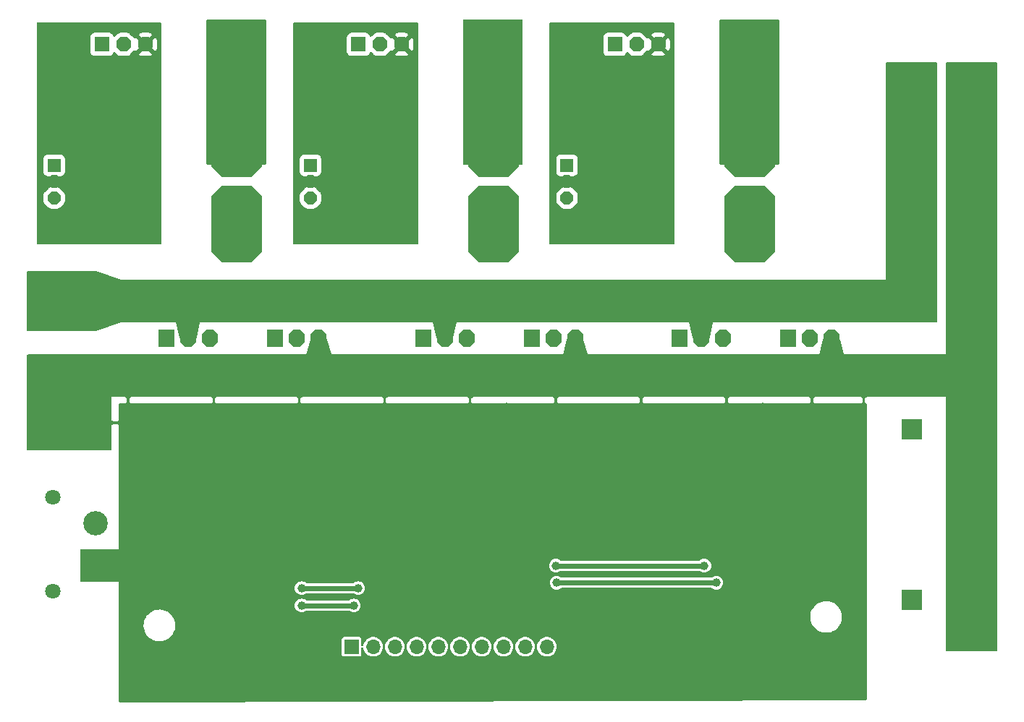
<source format=gbr>
%TF.GenerationSoftware,KiCad,Pcbnew,(7.0.0)*%
%TF.CreationDate,2023-04-01T11:09:39+07:00*%
%TF.ProjectId,gut-kontrol-1kW,6775742d-6b6f-46e7-9472-6f6c2d316b57,rev?*%
%TF.SameCoordinates,Original*%
%TF.FileFunction,Copper,L2,Bot*%
%TF.FilePolarity,Positive*%
%FSLAX46Y46*%
G04 Gerber Fmt 4.6, Leading zero omitted, Abs format (unit mm)*
G04 Created by KiCad (PCBNEW (7.0.0)) date 2023-04-01 11:09:39*
%MOMM*%
%LPD*%
G01*
G04 APERTURE LIST*
G04 Aperture macros list*
%AMFreePoly0*
4,1,17,1.174443,2.785355,2.785356,1.174443,2.800000,1.139088,2.800000,-1.139088,2.785356,-1.174443,1.174443,-2.785355,1.139088,-2.800000,-1.139088,-2.800000,-1.174443,-2.785356,-2.785355,-1.174443,-2.800000,-1.139088,-2.800000,1.139088,-2.785354,1.174443,-1.174443,2.785356,-1.139088,2.800000,1.139088,2.800000,1.174443,2.785355,1.174443,2.785355,$1*%
%AMFreePoly1*
4,1,13,0.937855,0.985355,0.952500,0.950000,0.952500,-0.950000,0.937855,-0.985355,0.902500,-1.000000,-0.902500,-1.000000,-0.937855,-0.985355,-0.952500,-0.950000,-0.952500,0.950000,-0.937855,0.985355,-0.902500,1.000000,0.902500,1.000000,0.937855,0.985355,0.937855,0.985355,$1*%
%AMFreePoly2*
4,1,17,0.409183,0.985355,0.937855,0.456683,0.952500,0.421328,0.952500,-0.421328,0.937855,-0.456683,0.409183,-0.985355,0.373828,-1.000000,-0.373828,-1.000000,-0.409183,-0.985355,-0.937855,-0.456683,-0.952500,-0.421328,-0.952500,0.421328,-0.937855,0.456683,-0.409183,0.985355,-0.373828,1.000000,0.373828,1.000000,0.409183,0.985355,0.409183,0.985355,$1*%
%AMFreePoly3*
4,1,14,0.735355,0.735355,0.750000,0.700000,0.750000,-0.700000,0.735355,-0.735355,0.700000,-0.750000,0.000000,-0.750000,-0.700000,-0.750000,-0.735355,-0.735355,-0.750000,-0.700000,-0.750000,0.700000,-0.735355,0.735355,-0.700000,0.750000,0.700000,0.750000,0.735355,0.735355,0.735355,0.735355,$1*%
%AMFreePoly4*
4,1,18,0.325305,0.735355,0.735355,0.325305,0.750000,0.289950,0.750000,-0.289950,0.735355,-0.325306,0.325305,-0.735355,0.289950,-0.750000,0.000000,-0.750000,-0.289950,-0.750000,-0.325306,-0.735355,-0.735355,-0.325305,-0.750000,-0.289950,-0.750000,0.289950,-0.735355,0.325305,-0.325306,0.735355,-0.289950,0.750000,0.289950,0.750000,0.325305,0.735355,0.325305,0.735355,$1*%
%AMFreePoly5*
4,1,18,0.180331,0.385355,0.385355,0.180330,0.400000,0.144975,0.400000,-0.144975,0.385355,-0.180331,0.180330,-0.385355,0.144975,-0.400000,0.000000,-0.400000,-0.144975,-0.400000,-0.180330,-0.385354,-0.385355,-0.180330,-0.400000,-0.144975,-0.400000,0.144975,-0.385355,0.180331,-0.180330,0.385355,-0.144975,0.400000,0.144975,0.400000,0.180331,0.385355,0.180331,0.385355,$1*%
%AMFreePoly6*
4,1,17,3.272004,2.985355,4.485355,1.772004,4.500000,1.736649,4.500000,-1.736649,4.485355,-1.772005,3.272004,-2.985355,3.236649,-3.000000,-3.236649,-3.000000,-3.272005,-2.985355,-4.485355,-1.772004,-4.500000,-1.736649,-4.500000,1.736649,-4.485354,1.772004,-3.272005,2.985355,-3.236649,3.000000,3.236649,3.000000,3.272004,2.985355,3.272004,2.985355,$1*%
%AMFreePoly7*
4,1,13,0.835355,0.835355,0.850000,0.800000,0.850000,-0.800000,0.835355,-0.835355,0.800000,-0.850000,-0.800000,-0.850000,-0.835355,-0.835355,-0.850000,-0.800000,-0.850000,0.800000,-0.835355,0.835355,-0.800000,0.850000,0.800000,0.850000,0.835355,0.835355,0.835355,0.835355,$1*%
%AMFreePoly8*
4,1,17,0.366726,0.835355,0.835355,0.366726,0.850000,0.331371,0.850000,-0.331371,0.835355,-0.366727,0.366726,-0.835355,0.331371,-0.850000,-0.331371,-0.850000,-0.366727,-0.835355,-0.835355,-0.366726,-0.850000,-0.331371,-0.850000,0.331371,-0.835355,0.366726,-0.366727,0.835355,-0.331371,0.850000,0.331371,0.850000,0.366726,0.835355,0.366726,0.835355,$1*%
%AMFreePoly9*
4,1,13,1.185355,1.185355,1.200000,1.150000,1.200000,-1.150000,1.185355,-1.185355,1.150000,-1.200000,-1.150000,-1.200000,-1.185355,-1.185355,-1.200000,-1.150000,-1.200000,1.150000,-1.185355,1.185355,-1.150000,1.200000,1.150000,1.200000,1.185355,1.185355,1.185355,1.185355,$1*%
%AMFreePoly10*
4,1,17,0.511701,1.185355,1.185356,0.511701,1.200000,0.476346,1.200000,-0.476346,1.185356,-0.511701,0.511701,-1.185355,0.476346,-1.200000,-0.476346,-1.200000,-0.511701,-1.185356,-1.185355,-0.511701,-1.200000,-0.476346,-1.200000,0.476346,-1.185354,0.511701,-0.511701,1.185356,-0.476346,1.200000,0.476346,1.200000,0.511701,1.185355,0.511701,1.185355,$1*%
G04 Aperture macros list end*
%TA.AperFunction,ComponentPad*%
%ADD10FreePoly0,0.000000*%
%TD*%
%TA.AperFunction,ComponentPad*%
%ADD11FreePoly1,0.000000*%
%TD*%
%TA.AperFunction,ComponentPad*%
%ADD12FreePoly2,0.000000*%
%TD*%
%TA.AperFunction,ComponentPad*%
%ADD13FreePoly3,270.000000*%
%TD*%
%TA.AperFunction,ComponentPad*%
%ADD14FreePoly4,270.000000*%
%TD*%
%TA.AperFunction,ComponentPad*%
%ADD15FreePoly5,335.000000*%
%TD*%
%TA.AperFunction,ComponentPad*%
%ADD16FreePoly5,205.000000*%
%TD*%
%TA.AperFunction,ComponentPad*%
%ADD17FreePoly5,270.000000*%
%TD*%
%TA.AperFunction,ComponentPad*%
%ADD18FreePoly6,270.000000*%
%TD*%
%TA.AperFunction,ComponentPad*%
%ADD19FreePoly7,90.000000*%
%TD*%
%TA.AperFunction,ComponentPad*%
%ADD20FreePoly8,90.000000*%
%TD*%
%TA.AperFunction,ComponentPad*%
%ADD21R,1.700000X1.700000*%
%TD*%
%TA.AperFunction,ComponentPad*%
%ADD22O,1.700000X1.700000*%
%TD*%
%TA.AperFunction,ComponentPad*%
%ADD23FreePoly9,0.000000*%
%TD*%
%TA.AperFunction,ComponentPad*%
%ADD24FreePoly10,0.000000*%
%TD*%
%TA.AperFunction,ComponentPad*%
%ADD25C,1.800000*%
%TD*%
%TA.AperFunction,ComponentPad*%
%ADD26C,2.850000*%
%TD*%
%TA.AperFunction,ViaPad*%
%ADD27C,1.000000*%
%TD*%
%TA.AperFunction,Conductor*%
%ADD28C,0.600000*%
%TD*%
G04 APERTURE END LIST*
D10*
%TO.P,J1,1,Pin_1*%
%TO.N,/PHASE_A_OUT*%
X64200000Y-57000000D03*
%TD*%
D11*
%TO.P,Q1,1,G*%
%TO.N,Net-(Q1-G)*%
X55850000Y-90390000D03*
D12*
%TO.P,Q1,2,D*%
%TO.N,+48V*%
X58390000Y-90390000D03*
%TO.P,Q1,3,S*%
%TO.N,/PHASE_A*%
X60930000Y-90390000D03*
%TD*%
D13*
%TO.P,U5,1,VCC*%
%TO.N,+3V3*%
X72675000Y-70100000D03*
D14*
%TO.P,U5,2,GND*%
%TO.N,GND*%
X72675000Y-72010000D03*
%TO.P,U5,3,VIOUT*%
%TO.N,Net-(U5-VIOUT)*%
X72675000Y-73920000D03*
D15*
%TO.P,U5,4,IP+*%
%TO.N,/PHASE_B*%
X94705000Y-73060000D03*
D16*
X93445000Y-73060000D03*
D17*
X95735000Y-73810000D03*
X92415000Y-73810000D03*
X96125000Y-75010000D03*
X92025000Y-75010000D03*
X96125000Y-76340000D03*
X92025000Y-76340000D03*
D18*
X94075000Y-77010000D03*
D17*
X96125000Y-77680000D03*
X92025000Y-77680000D03*
X96125000Y-79010000D03*
X92025000Y-79010000D03*
X95735000Y-80210000D03*
X92415000Y-80210000D03*
X94705000Y-80960000D03*
X93445000Y-80960000D03*
%TO.P,U5,5,IP-*%
%TO.N,/PHASE_B_OUT*%
X94705000Y-63060000D03*
X93445000Y-63060000D03*
X95735000Y-63810000D03*
X92415000Y-63810000D03*
X96125000Y-65010000D03*
X92025000Y-65010000D03*
X96125000Y-66340000D03*
X92025000Y-66340000D03*
D18*
X94075000Y-67010000D03*
D17*
X96125000Y-67680000D03*
X92025000Y-67680000D03*
X96125000Y-69010000D03*
X92025000Y-69010000D03*
X95735000Y-70210000D03*
X92415000Y-70210000D03*
D16*
X94705000Y-70960000D03*
D15*
X93445000Y-70960000D03*
%TD*%
D11*
%TO.P,Q3,1,G*%
%TO.N,Net-(Q3-G)*%
X85850000Y-90390000D03*
D12*
%TO.P,Q3,2,D*%
%TO.N,+48V*%
X88390000Y-90390000D03*
%TO.P,Q3,3,S*%
%TO.N,/PHASE_B*%
X90930000Y-90390000D03*
%TD*%
D19*
%TO.P,J10,1,Pin_1*%
%TO.N,+3V3*%
X108275000Y-55915000D03*
D20*
%TO.P,J10,2,Pin_2*%
%TO.N,Net-(J10-Pin_2)*%
X110815000Y-55915000D03*
%TO.P,J10,3,Pin_3*%
%TO.N,GND*%
X113355000Y-55915000D03*
%TD*%
D11*
%TO.P,Q2,1,G*%
%TO.N,Net-(Q2-G)*%
X68550000Y-90390000D03*
D12*
%TO.P,Q2,2,D*%
%TO.N,/PHASE_A*%
X71090000Y-90390000D03*
%TO.P,Q2,3,S*%
%TO.N,GND*%
X73630000Y-90390000D03*
%TD*%
D10*
%TO.P,J4,1,Pin_1*%
%TO.N,+48V*%
X44000000Y-86000000D03*
%TD*%
D11*
%TO.P,Q6,1,G*%
%TO.N,Net-(Q6-G)*%
X128550000Y-90390000D03*
D12*
%TO.P,Q6,2,D*%
%TO.N,/PHASE_C*%
X131090000Y-90390000D03*
%TO.P,Q6,3,S*%
%TO.N,GND*%
X133630000Y-90390000D03*
%TD*%
D21*
%TO.P,J7,1,Pin_1*%
%TO.N,+3V3*%
X77469999Y-126491999D03*
D22*
%TO.P,J7,2,Pin_2*%
X80009999Y-126491999D03*
%TO.P,J7,3,Pin_3*%
%TO.N,HIN_A*%
X82549999Y-126491999D03*
%TO.P,J7,4,Pin_4*%
%TO.N,LIN_A*%
X85089999Y-126491999D03*
%TO.P,J7,5,Pin_5*%
%TO.N,HIN_B*%
X87629999Y-126491999D03*
%TO.P,J7,6,Pin_6*%
%TO.N,LIN_B*%
X90169999Y-126491999D03*
%TO.P,J7,7,Pin_7*%
%TO.N,HIN_C*%
X92709999Y-126491999D03*
%TO.P,J7,8,Pin_8*%
%TO.N,LIN_C*%
X95249999Y-126491999D03*
%TO.P,J7,9,Pin_9*%
%TO.N,+3V3*%
X97789999Y-126491999D03*
%TO.P,J7,10,Pin_10*%
X100329999Y-126491999D03*
%TO.P,J7,11,Pin_11*%
%TO.N,GND*%
X102869999Y-126491999D03*
%TO.P,J7,12,Pin_12*%
X105409999Y-126491999D03*
%TD*%
D10*
%TO.P,J3,1,Pin_1*%
%TO.N,/PHASE_C_OUT*%
X124200000Y-57000000D03*
%TD*%
D23*
%TO.P,C10,1*%
%TO.N,+48V*%
X143000000Y-121000000D03*
D24*
%TO.P,C10,2*%
%TO.N,GND*%
X150500000Y-121000000D03*
%TD*%
D11*
%TO.P,Q4,1,G*%
%TO.N,Net-(Q4-G)*%
X98550000Y-90390000D03*
D12*
%TO.P,Q4,2,D*%
%TO.N,/PHASE_B*%
X101090000Y-90390000D03*
%TO.P,Q4,3,S*%
%TO.N,GND*%
X103630000Y-90390000D03*
%TD*%
D19*
%TO.P,J8,1,Pin_1*%
%TO.N,+3V3*%
X48275000Y-55915000D03*
D20*
%TO.P,J8,2,Pin_2*%
%TO.N,Net-(J8-Pin_2)*%
X50815000Y-55915000D03*
%TO.P,J8,3,Pin_3*%
%TO.N,GND*%
X53355000Y-55915000D03*
%TD*%
D25*
%TO.P,U7,HOLD1*%
%TO.N,N/C*%
X42545000Y-120015000D03*
%TO.P,U7,HOLD2*%
X42545000Y-109015000D03*
D26*
%TO.P,U7,P1,-*%
%TO.N,GND*%
X47545000Y-117015000D03*
%TO.P,U7,P2,+*%
%TO.N,+12V*%
X47545000Y-112015000D03*
%TD*%
D10*
%TO.P,J2,1,Pin_1*%
%TO.N,/PHASE_B_OUT*%
X94200000Y-57000000D03*
%TD*%
D13*
%TO.P,U6,1,VCC*%
%TO.N,+3V3*%
X102675000Y-70100000D03*
D14*
%TO.P,U6,2,GND*%
%TO.N,GND*%
X102675000Y-72010000D03*
%TO.P,U6,3,VIOUT*%
%TO.N,Net-(U6-VIOUT)*%
X102675000Y-73920000D03*
D15*
%TO.P,U6,4,IP+*%
%TO.N,/PHASE_C*%
X124705000Y-73060000D03*
D16*
X123445000Y-73060000D03*
D17*
X125735000Y-73810000D03*
X122415000Y-73810000D03*
X126125000Y-75010000D03*
X122025000Y-75010000D03*
X126125000Y-76340000D03*
X122025000Y-76340000D03*
D18*
X124075000Y-77010000D03*
D17*
X126125000Y-77680000D03*
X122025000Y-77680000D03*
X126125000Y-79010000D03*
X122025000Y-79010000D03*
X125735000Y-80210000D03*
X122415000Y-80210000D03*
X124705000Y-80960000D03*
X123445000Y-80960000D03*
%TO.P,U6,5,IP-*%
%TO.N,/PHASE_C_OUT*%
X124705000Y-63060000D03*
X123445000Y-63060000D03*
X125735000Y-63810000D03*
X122415000Y-63810000D03*
X126125000Y-65010000D03*
X122025000Y-65010000D03*
X126125000Y-66340000D03*
X122025000Y-66340000D03*
D18*
X124075000Y-67010000D03*
D17*
X126125000Y-67680000D03*
X122025000Y-67680000D03*
X126125000Y-69010000D03*
X122025000Y-69010000D03*
X125735000Y-70210000D03*
X122415000Y-70210000D03*
D16*
X124705000Y-70960000D03*
D15*
X123445000Y-70960000D03*
%TD*%
D23*
%TO.P,C9,1*%
%TO.N,+48V*%
X143000000Y-101000000D03*
D24*
%TO.P,C9,2*%
%TO.N,GND*%
X150500000Y-101000000D03*
%TD*%
D19*
%TO.P,J9,1,Pin_1*%
%TO.N,+3V3*%
X78275000Y-55915000D03*
D20*
%TO.P,J9,2,Pin_2*%
%TO.N,Net-(J9-Pin_2)*%
X80815000Y-55915000D03*
%TO.P,J9,3,Pin_3*%
%TO.N,GND*%
X83355000Y-55915000D03*
%TD*%
D10*
%TO.P,J5,1,Pin_1*%
%TO.N,GND*%
X44000000Y-95885000D03*
%TD*%
D23*
%TO.P,C7,1*%
%TO.N,+48V*%
X143000000Y-61000000D03*
D24*
%TO.P,C7,2*%
%TO.N,GND*%
X150500000Y-61000000D03*
%TD*%
D11*
%TO.P,Q5,1,G*%
%TO.N,Net-(Q5-G)*%
X115850000Y-90390000D03*
D12*
%TO.P,Q5,2,D*%
%TO.N,+48V*%
X118390000Y-90390000D03*
%TO.P,Q5,3,S*%
%TO.N,/PHASE_C*%
X120930000Y-90390000D03*
%TD*%
D23*
%TO.P,C8,1*%
%TO.N,+48V*%
X143000000Y-81000000D03*
D24*
%TO.P,C8,2*%
%TO.N,GND*%
X150500000Y-81000000D03*
%TD*%
D13*
%TO.P,U2,1,VCC*%
%TO.N,+3V3*%
X42675000Y-70100000D03*
D14*
%TO.P,U2,2,GND*%
%TO.N,GND*%
X42675000Y-72010000D03*
%TO.P,U2,3,VIOUT*%
%TO.N,Net-(U2-VIOUT)*%
X42675000Y-73920000D03*
D15*
%TO.P,U2,4,IP+*%
%TO.N,/PHASE_A*%
X64705000Y-73060000D03*
D16*
X63445000Y-73060000D03*
D17*
X65735000Y-73810000D03*
X62415000Y-73810000D03*
X66125000Y-75010000D03*
X62025000Y-75010000D03*
X66125000Y-76340000D03*
X62025000Y-76340000D03*
D18*
X64075000Y-77010000D03*
D17*
X66125000Y-77680000D03*
X62025000Y-77680000D03*
X66125000Y-79010000D03*
X62025000Y-79010000D03*
X65735000Y-80210000D03*
X62415000Y-80210000D03*
X64705000Y-80960000D03*
X63445000Y-80960000D03*
%TO.P,U2,5,IP-*%
%TO.N,/PHASE_A_OUT*%
X64705000Y-63060000D03*
X63445000Y-63060000D03*
X65735000Y-63810000D03*
X62415000Y-63810000D03*
X66125000Y-65010000D03*
X62025000Y-65010000D03*
X66125000Y-66340000D03*
X62025000Y-66340000D03*
D18*
X64075000Y-67010000D03*
D17*
X66125000Y-67680000D03*
X62025000Y-67680000D03*
X66125000Y-69010000D03*
X62025000Y-69010000D03*
X65735000Y-70210000D03*
X62415000Y-70210000D03*
D16*
X64705000Y-70960000D03*
D15*
X63445000Y-70960000D03*
%TD*%
D27*
%TO.N,+48V*%
X143000000Y-85000000D03*
X143000000Y-74000000D03*
X143000000Y-83000000D03*
X144902113Y-81618034D03*
X144902113Y-60381966D03*
X141097887Y-61618034D03*
X143000000Y-79000000D03*
X141824429Y-82618034D03*
X141000000Y-87000000D03*
X145000000Y-74000000D03*
X145000000Y-87000000D03*
X141000000Y-68000000D03*
X141000000Y-65000000D03*
X143000000Y-59000000D03*
X145000000Y-71000000D03*
X144902113Y-80381966D03*
X144902113Y-61618034D03*
X143000000Y-77000000D03*
X145000000Y-68000000D03*
X141000000Y-71000000D03*
X141097887Y-81618034D03*
X141000000Y-77000000D03*
X144175571Y-82618034D03*
X141824429Y-79381966D03*
X143000000Y-68000000D03*
X144175571Y-59381966D03*
X144175571Y-62618034D03*
X145000000Y-85000000D03*
X143000000Y-63000000D03*
X141824429Y-59381966D03*
X141097887Y-80381966D03*
X143000000Y-87000000D03*
X141000000Y-74000000D03*
X141000000Y-85000000D03*
X144175571Y-79381966D03*
X143000000Y-65000000D03*
X145000000Y-65000000D03*
X141097887Y-60381966D03*
X145000000Y-77000000D03*
X141824429Y-62618034D03*
X143000000Y-71000000D03*
%TO.N,GND*%
X95631000Y-98425000D03*
X58000000Y-114000000D03*
X88000000Y-114000000D03*
X83340000Y-61595000D03*
X125603000Y-98425000D03*
X96000000Y-102000000D03*
X43815000Y-59690000D03*
X63246000Y-107188000D03*
X123246000Y-107188000D03*
X125786000Y-107442000D03*
X103815000Y-59690000D03*
X114596000Y-112396000D03*
X53340000Y-61595000D03*
X66000000Y-102000000D03*
X64897000Y-102000000D03*
X126000000Y-102000000D03*
X135000000Y-94000000D03*
X95786000Y-107442000D03*
X73815000Y-59690000D03*
X113340000Y-61595000D03*
X93246000Y-107188000D03*
X76454000Y-94000000D03*
X65786000Y-107442000D03*
X105000000Y-94000000D03*
%TO.N,HIN_A*%
X71628000Y-121666000D03*
X77724000Y-121666000D03*
%TO.N,LIN_A*%
X78232000Y-119634000D03*
X71628000Y-119634000D03*
%TO.N,HIN_C*%
X118750000Y-117000000D03*
X101400000Y-117000000D03*
%TO.N,LIN_C*%
X101473000Y-118999000D03*
X120142000Y-118999000D03*
%TD*%
D28*
%TO.N,LIN_C*%
X120142000Y-118999000D02*
X101473000Y-118999000D01*
%TO.N,HIN_A*%
X71628000Y-121666000D02*
X77724000Y-121666000D01*
%TO.N,LIN_A*%
X71628000Y-119634000D02*
X78232000Y-119634000D01*
%TO.N,HIN_C*%
X101400000Y-117000000D02*
X118750000Y-117000000D01*
%TD*%
%TA.AperFunction,Conductor*%
%TO.N,GND*%
G36*
X137691227Y-97258772D02*
G01*
X137691224Y-97258775D01*
X137558775Y-97391224D01*
X137558772Y-97391227D01*
X137550000Y-97400000D01*
X137550000Y-97800000D01*
X137737659Y-98034574D01*
X137741185Y-98050000D01*
X137050000Y-98050000D01*
X137250000Y-97800000D01*
X137250000Y-97400000D01*
X137050000Y-97200000D01*
X137750000Y-97200000D01*
X137691227Y-97258772D01*
G37*
%TD.AperFunction*%
%TD*%
%TA.AperFunction,Conductor*%
%TO.N,+48V*%
G36*
X89747674Y-88500000D02*
G01*
X89744726Y-88514081D01*
X89744726Y-88514083D01*
X89370969Y-90299813D01*
X89347091Y-90351367D01*
X89302993Y-90387191D01*
X89247641Y-90400000D01*
X87500060Y-90400000D01*
X87445546Y-90387597D01*
X87401764Y-90352828D01*
X87377335Y-90302541D01*
X86961346Y-88513786D01*
X86958140Y-88500000D01*
X86900000Y-88250000D01*
X89800000Y-88250000D01*
X89747674Y-88500000D01*
G37*
%TD.AperFunction*%
%TD*%
%TA.AperFunction,Conductor*%
%TO.N,GND*%
G36*
X55182000Y-53356881D02*
G01*
X55228119Y-53403000D01*
X55245000Y-53466000D01*
X55245000Y-79249000D01*
X55228119Y-79312000D01*
X55182000Y-79358119D01*
X55119000Y-79375000D01*
X40766000Y-79375000D01*
X40703000Y-79358119D01*
X40656881Y-79312000D01*
X40640000Y-79249000D01*
X40640000Y-73976741D01*
X41417786Y-73976741D01*
X41417787Y-73976893D01*
X41419511Y-74267890D01*
X41419559Y-74275957D01*
X41421647Y-74283749D01*
X41452657Y-74399475D01*
X41452659Y-74399483D01*
X41453726Y-74403462D01*
X41455303Y-74407270D01*
X41455305Y-74407275D01*
X41465442Y-74431749D01*
X41465443Y-74431750D01*
X41469564Y-74441698D01*
X41471621Y-74445262D01*
X41471626Y-74445271D01*
X41531480Y-74548949D01*
X41531482Y-74548951D01*
X41535569Y-74556031D01*
X41541329Y-74561822D01*
X41541332Y-74561826D01*
X41589132Y-74609884D01*
X41589133Y-74609885D01*
X41985115Y-75005867D01*
X42038959Y-75059423D01*
X42153283Y-75125428D01*
X42181605Y-75137159D01*
X42191555Y-75141280D01*
X42319058Y-75175442D01*
X42618386Y-75177214D01*
X42731276Y-75177214D01*
X42731614Y-75177214D01*
X43030943Y-75175442D01*
X43158448Y-75141279D01*
X43186770Y-75129548D01*
X43196714Y-75125429D01*
X43311040Y-75059424D01*
X43364885Y-75005867D01*
X43760867Y-74609885D01*
X43814441Y-74556017D01*
X43880446Y-74441674D01*
X43896267Y-74403480D01*
X43930440Y-74275970D01*
X43932214Y-73976614D01*
X43932214Y-73863386D01*
X43930442Y-73564058D01*
X43896280Y-73436555D01*
X43892159Y-73426605D01*
X43880428Y-73398283D01*
X43814423Y-73283959D01*
X43760867Y-73230115D01*
X43364885Y-72834133D01*
X43311040Y-72780576D01*
X43303965Y-72776491D01*
X43303962Y-72776489D01*
X43200283Y-72716631D01*
X43200276Y-72716627D01*
X43196714Y-72714571D01*
X43192908Y-72712994D01*
X43192901Y-72712991D01*
X43162277Y-72700306D01*
X43162273Y-72700304D01*
X43158462Y-72698726D01*
X43154478Y-72697658D01*
X43154474Y-72697657D01*
X43038749Y-72666647D01*
X43030957Y-72664559D01*
X43022891Y-72664511D01*
X43022890Y-72664511D01*
X42731893Y-72662787D01*
X42731741Y-72662786D01*
X42731614Y-72662786D01*
X42618386Y-72662786D01*
X42618258Y-72662786D01*
X42618108Y-72662787D01*
X42327099Y-72664512D01*
X42327097Y-72664512D01*
X42319030Y-72664560D01*
X42311237Y-72666648D01*
X42311233Y-72666649D01*
X42195501Y-72697665D01*
X42195485Y-72697670D01*
X42191520Y-72698733D01*
X42187717Y-72700308D01*
X42187709Y-72700311D01*
X42157143Y-72712972D01*
X42157131Y-72712977D01*
X42153326Y-72714554D01*
X42149759Y-72716612D01*
X42149751Y-72716617D01*
X42046063Y-72776471D01*
X42046057Y-72776475D01*
X42038983Y-72780559D01*
X42033190Y-72786319D01*
X42033185Y-72786324D01*
X41985115Y-72834133D01*
X41589133Y-73230115D01*
X41541341Y-73278163D01*
X41541337Y-73278167D01*
X41535577Y-73283959D01*
X41531492Y-73291034D01*
X41531490Y-73291037D01*
X41471631Y-73394715D01*
X41471625Y-73394726D01*
X41469572Y-73398283D01*
X41467998Y-73402082D01*
X41467995Y-73402089D01*
X41457840Y-73426605D01*
X41457841Y-73426605D01*
X41453720Y-73436555D01*
X41452654Y-73440531D01*
X41452652Y-73440539D01*
X41421647Y-73556259D01*
X41421646Y-73556263D01*
X41419558Y-73564058D01*
X41417786Y-73863386D01*
X41417786Y-73976614D01*
X41417786Y-73976741D01*
X40640000Y-73976741D01*
X40640000Y-70156614D01*
X41417786Y-70156614D01*
X41419353Y-70790053D01*
X41419536Y-70857833D01*
X41419536Y-70857839D01*
X41419559Y-70865999D01*
X41421671Y-70873882D01*
X41421672Y-70873888D01*
X41452089Y-70987406D01*
X41453721Y-70993497D01*
X41469572Y-71031766D01*
X41471629Y-71035328D01*
X41471632Y-71035335D01*
X41471633Y-71035336D01*
X41535573Y-71146086D01*
X41628914Y-71239427D01*
X41743233Y-71305428D01*
X41771555Y-71317159D01*
X41777699Y-71319704D01*
X41777703Y-71319705D01*
X41781505Y-71321280D01*
X41909002Y-71355441D01*
X41984947Y-71355647D01*
X42618386Y-71357214D01*
X42731614Y-71357214D01*
X43365053Y-71355647D01*
X43365052Y-71355647D01*
X43440999Y-71355441D01*
X43568497Y-71321279D01*
X43606766Y-71305428D01*
X43721086Y-71239427D01*
X43814427Y-71146086D01*
X43880428Y-71031767D01*
X43892159Y-71003445D01*
X43896280Y-70993495D01*
X43930441Y-70865998D01*
X43930647Y-70790053D01*
X43932214Y-70156614D01*
X43932214Y-70043386D01*
X43930647Y-69409947D01*
X43930441Y-69334002D01*
X43896280Y-69206505D01*
X43892159Y-69196555D01*
X43880428Y-69168233D01*
X43814427Y-69053914D01*
X43721086Y-68960573D01*
X43713934Y-68956444D01*
X43713933Y-68956443D01*
X43610335Y-68896632D01*
X43610328Y-68896629D01*
X43606766Y-68894572D01*
X43602954Y-68892993D01*
X43572310Y-68880300D01*
X43572305Y-68880298D01*
X43568497Y-68878721D01*
X43562406Y-68877089D01*
X43448888Y-68846672D01*
X43448882Y-68846671D01*
X43440999Y-68844559D01*
X43432839Y-68844536D01*
X43432833Y-68844536D01*
X43365053Y-68844353D01*
X42731614Y-68842786D01*
X42618386Y-68842786D01*
X41984947Y-68844353D01*
X41917167Y-68844536D01*
X41917160Y-68844536D01*
X41909002Y-68844559D01*
X41901119Y-68846671D01*
X41901112Y-68846672D01*
X41785486Y-68877653D01*
X41785481Y-68877654D01*
X41781505Y-68878720D01*
X41777716Y-68880288D01*
X41777699Y-68880295D01*
X41771555Y-68882841D01*
X41747044Y-68892993D01*
X41747037Y-68892996D01*
X41743233Y-68894572D01*
X41739676Y-68896625D01*
X41739663Y-68896632D01*
X41636066Y-68956443D01*
X41636061Y-68956446D01*
X41628914Y-68960573D01*
X41623075Y-68966411D01*
X41623071Y-68966415D01*
X41541415Y-69048071D01*
X41541411Y-69048075D01*
X41535573Y-69053914D01*
X41531446Y-69061061D01*
X41531443Y-69061066D01*
X41471632Y-69164664D01*
X41471625Y-69164676D01*
X41469572Y-69168234D01*
X41467996Y-69172038D01*
X41467993Y-69172045D01*
X41455300Y-69202689D01*
X41455296Y-69202699D01*
X41453721Y-69206503D01*
X41452654Y-69210484D01*
X41452653Y-69210488D01*
X41421672Y-69326111D01*
X41421670Y-69326118D01*
X41419559Y-69334001D01*
X41419536Y-69342159D01*
X41419536Y-69342166D01*
X41419353Y-69409947D01*
X41417786Y-70043386D01*
X41417786Y-70156614D01*
X40640000Y-70156614D01*
X40640000Y-56705053D01*
X46919353Y-56705053D01*
X46919536Y-56772832D01*
X46919536Y-56772838D01*
X46919559Y-56780998D01*
X46921671Y-56788881D01*
X46921672Y-56788887D01*
X46933655Y-56833609D01*
X46953720Y-56908495D01*
X46955290Y-56912287D01*
X46955295Y-56912300D01*
X46957841Y-56918445D01*
X46969572Y-56946767D01*
X46971628Y-56950329D01*
X46971632Y-56950336D01*
X47031443Y-57053933D01*
X47035573Y-57061086D01*
X47128914Y-57154427D01*
X47243234Y-57220428D01*
X47281503Y-57236279D01*
X47409001Y-57270441D01*
X47484947Y-57270647D01*
X48222145Y-57272559D01*
X48327855Y-57272559D01*
X49065053Y-57270647D01*
X49065052Y-57270647D01*
X49140998Y-57270441D01*
X49268495Y-57236280D01*
X49278445Y-57232159D01*
X49306767Y-57220428D01*
X49421086Y-57154427D01*
X49514427Y-57061086D01*
X49580428Y-56946766D01*
X49596279Y-56908497D01*
X49601400Y-56889383D01*
X49634186Y-56832722D01*
X49690978Y-56800157D01*
X49756443Y-56800482D01*
X49812909Y-56833609D01*
X49834652Y-56855701D01*
X49841509Y-56862668D01*
X49841826Y-56862980D01*
X49841871Y-56863025D01*
X50042833Y-57061086D01*
X50137539Y-57154424D01*
X50251865Y-57220429D01*
X50290117Y-57236274D01*
X50417622Y-57270441D01*
X50762145Y-57272559D01*
X50867530Y-57272559D01*
X50867855Y-57272559D01*
X51212387Y-57270440D01*
X51339895Y-57236269D01*
X51378109Y-57220440D01*
X51492446Y-57154435D01*
X51589185Y-57059094D01*
X52575105Y-57059094D01*
X52581967Y-57070812D01*
X52667211Y-57154804D01*
X52679873Y-57164445D01*
X52785395Y-57225368D01*
X52792777Y-57229008D01*
X52823401Y-57241693D01*
X52831204Y-57244342D01*
X52948844Y-57275865D01*
X52964693Y-57278003D01*
X53301128Y-57280092D01*
X53301675Y-57280094D01*
X53408325Y-57280094D01*
X53408871Y-57280092D01*
X53745311Y-57278002D01*
X53761168Y-57275863D01*
X53878814Y-57244335D01*
X53886596Y-57241694D01*
X53917206Y-57229014D01*
X53924577Y-57225380D01*
X54030106Y-57164459D01*
X54042777Y-57154811D01*
X54128030Y-57070809D01*
X54134890Y-57059094D01*
X54128115Y-57047325D01*
X53366729Y-56285939D01*
X53354999Y-56279167D01*
X53343271Y-56285938D01*
X52581879Y-57047329D01*
X52575105Y-57059094D01*
X51589185Y-57059094D01*
X51788491Y-56862668D01*
X51989918Y-56658003D01*
X52046787Y-56624767D01*
X52112660Y-56624771D01*
X52169530Y-56658016D01*
X52199120Y-56688088D01*
X52210835Y-56694958D01*
X52222604Y-56688184D01*
X52984059Y-55926730D01*
X52990832Y-55914999D01*
X53719167Y-55914999D01*
X53725939Y-55926729D01*
X54487390Y-56688180D01*
X54499164Y-56694957D01*
X54510879Y-56688087D01*
X54594820Y-56602780D01*
X54604436Y-56590143D01*
X54665368Y-56484604D01*
X54669004Y-56477230D01*
X54679160Y-56452713D01*
X54679159Y-56452713D01*
X54681704Y-56446569D01*
X54684346Y-56438785D01*
X54715845Y-56321220D01*
X54717982Y-56305203D01*
X54718223Y-56236582D01*
X54718224Y-56236140D01*
X54718224Y-55593862D01*
X54718223Y-55593418D01*
X54718223Y-55593417D01*
X54717981Y-55524783D01*
X54715843Y-55508760D01*
X54684342Y-55391203D01*
X54681694Y-55383404D01*
X54669013Y-55352790D01*
X54665373Y-55345408D01*
X54604444Y-55239868D01*
X54594828Y-55227231D01*
X54510877Y-55141911D01*
X54499162Y-55135042D01*
X54487391Y-55141817D01*
X53725938Y-55903271D01*
X53719167Y-55914999D01*
X52990832Y-55914999D01*
X52984060Y-55903270D01*
X52222608Y-55141818D01*
X52210835Y-55135042D01*
X52199120Y-55141912D01*
X52169532Y-55171984D01*
X52112662Y-55205230D01*
X52046788Y-55205234D01*
X51989915Y-55171995D01*
X51989904Y-55171984D01*
X51788491Y-54967332D01*
X51589184Y-54770903D01*
X52575106Y-54770903D01*
X52581881Y-54782671D01*
X53343270Y-55544060D01*
X53354999Y-55550832D01*
X53366730Y-55544059D01*
X54128119Y-54782669D01*
X54134892Y-54770903D01*
X54128031Y-54759186D01*
X54042791Y-54675198D01*
X54030125Y-54665553D01*
X53924604Y-54604631D01*
X53917230Y-54600995D01*
X53892713Y-54590840D01*
X53886569Y-54588295D01*
X53878785Y-54585653D01*
X53761136Y-54554131D01*
X53745293Y-54551995D01*
X53408872Y-54549907D01*
X53408325Y-54549906D01*
X53301675Y-54549906D01*
X53301127Y-54549907D01*
X52964704Y-54551995D01*
X52948862Y-54554131D01*
X52831209Y-54585655D01*
X52823429Y-54588296D01*
X52792764Y-54600997D01*
X52785403Y-54604627D01*
X52679873Y-54665554D01*
X52667211Y-54675195D01*
X52581967Y-54759187D01*
X52575106Y-54770903D01*
X51589184Y-54770903D01*
X51492462Y-54675577D01*
X51474402Y-54665150D01*
X51381705Y-54611631D01*
X51381700Y-54611628D01*
X51378138Y-54609572D01*
X51366199Y-54604627D01*
X51349816Y-54597841D01*
X51343671Y-54595296D01*
X51343672Y-54595296D01*
X51339866Y-54593720D01*
X51335885Y-54592653D01*
X51335881Y-54592652D01*
X51220153Y-54561645D01*
X51220151Y-54561644D01*
X51212363Y-54559558D01*
X51204302Y-54559508D01*
X51204299Y-54559508D01*
X50868091Y-54557442D01*
X50867987Y-54557441D01*
X50867855Y-54557441D01*
X50762145Y-54557441D01*
X50762012Y-54557441D01*
X50761908Y-54557442D01*
X50425699Y-54559508D01*
X50425695Y-54559508D01*
X50417636Y-54559558D01*
X50409847Y-54561644D01*
X50409846Y-54561645D01*
X50294116Y-54592653D01*
X50294112Y-54592654D01*
X50290131Y-54593721D01*
X50286327Y-54595296D01*
X50286317Y-54595300D01*
X50261809Y-54605451D01*
X50261809Y-54605452D01*
X50255670Y-54607995D01*
X50251865Y-54609571D01*
X50248314Y-54611620D01*
X50248298Y-54611629D01*
X50144487Y-54671564D01*
X50144483Y-54671566D01*
X50137539Y-54675576D01*
X50131829Y-54681202D01*
X50131823Y-54681208D01*
X49841786Y-54967058D01*
X49841716Y-54967127D01*
X49841509Y-54967332D01*
X49841322Y-54967521D01*
X49841195Y-54967649D01*
X49812909Y-54996390D01*
X49756443Y-55029517D01*
X49690979Y-55029842D01*
X49634187Y-54997278D01*
X49601400Y-54940617D01*
X49596279Y-54921503D01*
X49580428Y-54883234D01*
X49514427Y-54768914D01*
X49421086Y-54675573D01*
X49413933Y-54671443D01*
X49310336Y-54611632D01*
X49310329Y-54611628D01*
X49306767Y-54609572D01*
X49286064Y-54600997D01*
X49278445Y-54597841D01*
X49272300Y-54595295D01*
X49272287Y-54595290D01*
X49268495Y-54593720D01*
X49264509Y-54592652D01*
X49148887Y-54561672D01*
X49148881Y-54561671D01*
X49140998Y-54559559D01*
X49132838Y-54559536D01*
X49132832Y-54559536D01*
X49065053Y-54559353D01*
X48327855Y-54557441D01*
X48222145Y-54557441D01*
X47484947Y-54559353D01*
X47417166Y-54559536D01*
X47417159Y-54559536D01*
X47409001Y-54559559D01*
X47401118Y-54561670D01*
X47401111Y-54561672D01*
X47285488Y-54592653D01*
X47285484Y-54592654D01*
X47281503Y-54593721D01*
X47277699Y-54595296D01*
X47277689Y-54595300D01*
X47247045Y-54607993D01*
X47247041Y-54607995D01*
X47243234Y-54609572D01*
X47239676Y-54611625D01*
X47239664Y-54611632D01*
X47136066Y-54671443D01*
X47136061Y-54671446D01*
X47128914Y-54675573D01*
X47123075Y-54681411D01*
X47123071Y-54681415D01*
X47041415Y-54763071D01*
X47041411Y-54763075D01*
X47035573Y-54768914D01*
X47031446Y-54776061D01*
X47031443Y-54776066D01*
X46971632Y-54879663D01*
X46971625Y-54879676D01*
X46969572Y-54883233D01*
X46967996Y-54887037D01*
X46967993Y-54887044D01*
X46957841Y-54911555D01*
X46955295Y-54917699D01*
X46955288Y-54917716D01*
X46953720Y-54921505D01*
X46952655Y-54925480D01*
X46952653Y-54925486D01*
X46921672Y-55041112D01*
X46921671Y-55041119D01*
X46919559Y-55049002D01*
X46919536Y-55057160D01*
X46919536Y-55057167D01*
X46919353Y-55124947D01*
X46919353Y-56705053D01*
X40640000Y-56705053D01*
X40640000Y-53466000D01*
X40656881Y-53403000D01*
X40703000Y-53356881D01*
X40766000Y-53340000D01*
X55119000Y-53340000D01*
X55182000Y-53356881D01*
G37*
%TD.AperFunction*%
%TD*%
%TA.AperFunction,Conductor*%
%TO.N,GND*%
G36*
X131641227Y-97258772D02*
G01*
X131641224Y-97258775D01*
X131508775Y-97391224D01*
X131508772Y-97391227D01*
X131500000Y-97400000D01*
X131500000Y-97800000D01*
X131700000Y-98050000D01*
X131000000Y-98050000D01*
X131200000Y-97800000D01*
X131200000Y-97400000D01*
X131000000Y-97200000D01*
X131700000Y-97200000D01*
X131641227Y-97258772D01*
G37*
%TD.AperFunction*%
%TD*%
%TA.AperFunction,Conductor*%
%TO.N,GND*%
G36*
X134556288Y-90411885D02*
G01*
X134599631Y-90445297D01*
X134624719Y-90493934D01*
X135083317Y-92236608D01*
X135083318Y-92236611D01*
X135100000Y-92300000D01*
X132200000Y-92300000D01*
X132627036Y-90496961D01*
X132651562Y-90446906D01*
X132695284Y-90412330D01*
X132749644Y-90400000D01*
X134502868Y-90400000D01*
X134556288Y-90411885D01*
G37*
%TD.AperFunction*%
%TD*%
%TA.AperFunction,Conductor*%
%TO.N,GND*%
G36*
X115182000Y-53356881D02*
G01*
X115228119Y-53403000D01*
X115245000Y-53466000D01*
X115245000Y-79249000D01*
X115228119Y-79312000D01*
X115182000Y-79358119D01*
X115119000Y-79375000D01*
X100766000Y-79375000D01*
X100703000Y-79358119D01*
X100656881Y-79312000D01*
X100640000Y-79249000D01*
X100640000Y-73976741D01*
X101417786Y-73976741D01*
X101417787Y-73976893D01*
X101419511Y-74267890D01*
X101419559Y-74275957D01*
X101421647Y-74283749D01*
X101452657Y-74399475D01*
X101452659Y-74399483D01*
X101453726Y-74403462D01*
X101455303Y-74407270D01*
X101455305Y-74407275D01*
X101465442Y-74431749D01*
X101465443Y-74431750D01*
X101469564Y-74441698D01*
X101471621Y-74445262D01*
X101471626Y-74445271D01*
X101531480Y-74548949D01*
X101531482Y-74548951D01*
X101535569Y-74556031D01*
X101541329Y-74561822D01*
X101541332Y-74561826D01*
X101589132Y-74609884D01*
X101589133Y-74609885D01*
X101985115Y-75005867D01*
X102038959Y-75059423D01*
X102153283Y-75125428D01*
X102181605Y-75137159D01*
X102191555Y-75141280D01*
X102319058Y-75175442D01*
X102618386Y-75177214D01*
X102731276Y-75177214D01*
X102731614Y-75177214D01*
X103030943Y-75175442D01*
X103158448Y-75141279D01*
X103186770Y-75129548D01*
X103196714Y-75125429D01*
X103311040Y-75059424D01*
X103364885Y-75005867D01*
X103760867Y-74609885D01*
X103814441Y-74556017D01*
X103880446Y-74441674D01*
X103896267Y-74403480D01*
X103930440Y-74275970D01*
X103932214Y-73976614D01*
X103932214Y-73863386D01*
X103930442Y-73564058D01*
X103896280Y-73436555D01*
X103892159Y-73426605D01*
X103880428Y-73398283D01*
X103814423Y-73283959D01*
X103760867Y-73230115D01*
X103364885Y-72834133D01*
X103311040Y-72780576D01*
X103303965Y-72776491D01*
X103303962Y-72776489D01*
X103200283Y-72716631D01*
X103200276Y-72716627D01*
X103196714Y-72714571D01*
X103192908Y-72712994D01*
X103192901Y-72712991D01*
X103162277Y-72700306D01*
X103162273Y-72700304D01*
X103158462Y-72698726D01*
X103154478Y-72697658D01*
X103154474Y-72697657D01*
X103038749Y-72666647D01*
X103030957Y-72664559D01*
X103022891Y-72664511D01*
X103022890Y-72664511D01*
X102731893Y-72662787D01*
X102731741Y-72662786D01*
X102731614Y-72662786D01*
X102618386Y-72662786D01*
X102618258Y-72662786D01*
X102618108Y-72662787D01*
X102327099Y-72664512D01*
X102327097Y-72664512D01*
X102319030Y-72664560D01*
X102311237Y-72666648D01*
X102311233Y-72666649D01*
X102195501Y-72697665D01*
X102195485Y-72697670D01*
X102191520Y-72698733D01*
X102187717Y-72700308D01*
X102187709Y-72700311D01*
X102157143Y-72712972D01*
X102157131Y-72712977D01*
X102153326Y-72714554D01*
X102149759Y-72716612D01*
X102149751Y-72716617D01*
X102046063Y-72776471D01*
X102046057Y-72776475D01*
X102038983Y-72780559D01*
X102033190Y-72786319D01*
X102033185Y-72786324D01*
X101985115Y-72834133D01*
X101589133Y-73230115D01*
X101541341Y-73278163D01*
X101541337Y-73278167D01*
X101535577Y-73283959D01*
X101531492Y-73291034D01*
X101531490Y-73291037D01*
X101471631Y-73394715D01*
X101471625Y-73394726D01*
X101469572Y-73398283D01*
X101467998Y-73402082D01*
X101467995Y-73402089D01*
X101457840Y-73426605D01*
X101457841Y-73426605D01*
X101453720Y-73436555D01*
X101452654Y-73440531D01*
X101452652Y-73440539D01*
X101421647Y-73556259D01*
X101421646Y-73556263D01*
X101419558Y-73564058D01*
X101417786Y-73863386D01*
X101417786Y-73976614D01*
X101417786Y-73976741D01*
X100640000Y-73976741D01*
X100640000Y-70156614D01*
X101417786Y-70156614D01*
X101419353Y-70790053D01*
X101419536Y-70857833D01*
X101419536Y-70857839D01*
X101419559Y-70865999D01*
X101421671Y-70873882D01*
X101421672Y-70873888D01*
X101452089Y-70987406D01*
X101453721Y-70993497D01*
X101469572Y-71031766D01*
X101471629Y-71035328D01*
X101471632Y-71035335D01*
X101471633Y-71035336D01*
X101535573Y-71146086D01*
X101628914Y-71239427D01*
X101743233Y-71305428D01*
X101771555Y-71317159D01*
X101777699Y-71319704D01*
X101777703Y-71319705D01*
X101781505Y-71321280D01*
X101909002Y-71355441D01*
X101984947Y-71355647D01*
X102618386Y-71357214D01*
X102731614Y-71357214D01*
X103365053Y-71355647D01*
X103365052Y-71355647D01*
X103440999Y-71355441D01*
X103568497Y-71321279D01*
X103606766Y-71305428D01*
X103721086Y-71239427D01*
X103814427Y-71146086D01*
X103880428Y-71031767D01*
X103892159Y-71003445D01*
X103896280Y-70993495D01*
X103930441Y-70865998D01*
X103930647Y-70790053D01*
X103932214Y-70156614D01*
X103932214Y-70043386D01*
X103930647Y-69409947D01*
X103930441Y-69334002D01*
X103896280Y-69206505D01*
X103892159Y-69196555D01*
X103880428Y-69168233D01*
X103814427Y-69053914D01*
X103721086Y-68960573D01*
X103713934Y-68956444D01*
X103713933Y-68956443D01*
X103610335Y-68896632D01*
X103610328Y-68896629D01*
X103606766Y-68894572D01*
X103602954Y-68892993D01*
X103572310Y-68880300D01*
X103572305Y-68880298D01*
X103568497Y-68878721D01*
X103562406Y-68877089D01*
X103448888Y-68846672D01*
X103448882Y-68846671D01*
X103440999Y-68844559D01*
X103432839Y-68844536D01*
X103432833Y-68844536D01*
X103365053Y-68844353D01*
X102731614Y-68842786D01*
X102618386Y-68842786D01*
X101984947Y-68844353D01*
X101917167Y-68844536D01*
X101917160Y-68844536D01*
X101909002Y-68844559D01*
X101901119Y-68846671D01*
X101901112Y-68846672D01*
X101785486Y-68877653D01*
X101785481Y-68877654D01*
X101781505Y-68878720D01*
X101777716Y-68880288D01*
X101777699Y-68880295D01*
X101771555Y-68882841D01*
X101747044Y-68892993D01*
X101747037Y-68892996D01*
X101743233Y-68894572D01*
X101739676Y-68896625D01*
X101739663Y-68896632D01*
X101636066Y-68956443D01*
X101636061Y-68956446D01*
X101628914Y-68960573D01*
X101623075Y-68966411D01*
X101623071Y-68966415D01*
X101541415Y-69048071D01*
X101541411Y-69048075D01*
X101535573Y-69053914D01*
X101531446Y-69061061D01*
X101531443Y-69061066D01*
X101471632Y-69164664D01*
X101471625Y-69164676D01*
X101469572Y-69168234D01*
X101467996Y-69172038D01*
X101467993Y-69172045D01*
X101455300Y-69202689D01*
X101455296Y-69202699D01*
X101453721Y-69206503D01*
X101452654Y-69210484D01*
X101452653Y-69210488D01*
X101421672Y-69326111D01*
X101421670Y-69326118D01*
X101419559Y-69334001D01*
X101419536Y-69342159D01*
X101419536Y-69342166D01*
X101419353Y-69409947D01*
X101417786Y-70043386D01*
X101417786Y-70156614D01*
X100640000Y-70156614D01*
X100640000Y-56705053D01*
X106919353Y-56705053D01*
X106919536Y-56772832D01*
X106919536Y-56772838D01*
X106919559Y-56780998D01*
X106921671Y-56788881D01*
X106921672Y-56788887D01*
X106933655Y-56833609D01*
X106953720Y-56908495D01*
X106955290Y-56912287D01*
X106955295Y-56912300D01*
X106957841Y-56918445D01*
X106969572Y-56946767D01*
X106971628Y-56950329D01*
X106971632Y-56950336D01*
X107031443Y-57053933D01*
X107035573Y-57061086D01*
X107128914Y-57154427D01*
X107243234Y-57220428D01*
X107281503Y-57236279D01*
X107409001Y-57270441D01*
X107484947Y-57270647D01*
X108222145Y-57272559D01*
X108327855Y-57272559D01*
X109065053Y-57270647D01*
X109065052Y-57270647D01*
X109140998Y-57270441D01*
X109268495Y-57236280D01*
X109278445Y-57232159D01*
X109306767Y-57220428D01*
X109421086Y-57154427D01*
X109514427Y-57061086D01*
X109580428Y-56946766D01*
X109596279Y-56908497D01*
X109601400Y-56889383D01*
X109634186Y-56832722D01*
X109690978Y-56800157D01*
X109756443Y-56800482D01*
X109812909Y-56833609D01*
X109834652Y-56855701D01*
X109841509Y-56862668D01*
X109841826Y-56862980D01*
X109841871Y-56863025D01*
X110042833Y-57061086D01*
X110137539Y-57154424D01*
X110251865Y-57220429D01*
X110290117Y-57236274D01*
X110417622Y-57270441D01*
X110762145Y-57272559D01*
X110867530Y-57272559D01*
X110867855Y-57272559D01*
X111212387Y-57270440D01*
X111339895Y-57236269D01*
X111378109Y-57220440D01*
X111492446Y-57154435D01*
X111589185Y-57059094D01*
X112575105Y-57059094D01*
X112581967Y-57070812D01*
X112667211Y-57154804D01*
X112679873Y-57164445D01*
X112785395Y-57225368D01*
X112792777Y-57229008D01*
X112823401Y-57241693D01*
X112831204Y-57244342D01*
X112948844Y-57275865D01*
X112964693Y-57278003D01*
X113301128Y-57280092D01*
X113301675Y-57280094D01*
X113408325Y-57280094D01*
X113408871Y-57280092D01*
X113745311Y-57278002D01*
X113761168Y-57275863D01*
X113878814Y-57244335D01*
X113886596Y-57241694D01*
X113917206Y-57229014D01*
X113924577Y-57225380D01*
X114030106Y-57164459D01*
X114042777Y-57154811D01*
X114128030Y-57070809D01*
X114134890Y-57059094D01*
X114128115Y-57047325D01*
X113366729Y-56285939D01*
X113354999Y-56279167D01*
X113343271Y-56285938D01*
X112581879Y-57047329D01*
X112575105Y-57059094D01*
X111589185Y-57059094D01*
X111788491Y-56862668D01*
X111989918Y-56658003D01*
X112046787Y-56624767D01*
X112112660Y-56624771D01*
X112169530Y-56658016D01*
X112199120Y-56688088D01*
X112210835Y-56694958D01*
X112222604Y-56688184D01*
X112984059Y-55926730D01*
X112990832Y-55914999D01*
X113719167Y-55914999D01*
X113725939Y-55926729D01*
X114487390Y-56688180D01*
X114499164Y-56694957D01*
X114510879Y-56688087D01*
X114594820Y-56602780D01*
X114604436Y-56590143D01*
X114665368Y-56484604D01*
X114669004Y-56477230D01*
X114679160Y-56452713D01*
X114679159Y-56452713D01*
X114681704Y-56446569D01*
X114684346Y-56438785D01*
X114715845Y-56321220D01*
X114717982Y-56305203D01*
X114718223Y-56236582D01*
X114718224Y-56236140D01*
X114718224Y-55593862D01*
X114718223Y-55593418D01*
X114718223Y-55593417D01*
X114717981Y-55524783D01*
X114715843Y-55508760D01*
X114684342Y-55391203D01*
X114681694Y-55383404D01*
X114669013Y-55352790D01*
X114665373Y-55345408D01*
X114604444Y-55239868D01*
X114594828Y-55227231D01*
X114510877Y-55141911D01*
X114499162Y-55135042D01*
X114487391Y-55141817D01*
X113725938Y-55903271D01*
X113719167Y-55914999D01*
X112990832Y-55914999D01*
X112984060Y-55903270D01*
X112222608Y-55141818D01*
X112210835Y-55135042D01*
X112199120Y-55141912D01*
X112169532Y-55171984D01*
X112112662Y-55205230D01*
X112046788Y-55205234D01*
X111989915Y-55171995D01*
X111989904Y-55171984D01*
X111788491Y-54967332D01*
X111589184Y-54770903D01*
X112575106Y-54770903D01*
X112581881Y-54782671D01*
X113343270Y-55544060D01*
X113354999Y-55550832D01*
X113366730Y-55544059D01*
X114128119Y-54782669D01*
X114134892Y-54770903D01*
X114128031Y-54759186D01*
X114042791Y-54675198D01*
X114030125Y-54665553D01*
X113924604Y-54604631D01*
X113917230Y-54600995D01*
X113892713Y-54590840D01*
X113886569Y-54588295D01*
X113878785Y-54585653D01*
X113761136Y-54554131D01*
X113745293Y-54551995D01*
X113408872Y-54549907D01*
X113408325Y-54549906D01*
X113301675Y-54549906D01*
X113301127Y-54549907D01*
X112964704Y-54551995D01*
X112948862Y-54554131D01*
X112831209Y-54585655D01*
X112823429Y-54588296D01*
X112792764Y-54600997D01*
X112785403Y-54604627D01*
X112679873Y-54665554D01*
X112667211Y-54675195D01*
X112581967Y-54759187D01*
X112575106Y-54770903D01*
X111589184Y-54770903D01*
X111492462Y-54675577D01*
X111474402Y-54665150D01*
X111381705Y-54611631D01*
X111381700Y-54611628D01*
X111378138Y-54609572D01*
X111366199Y-54604627D01*
X111349816Y-54597841D01*
X111343671Y-54595296D01*
X111343672Y-54595296D01*
X111339866Y-54593720D01*
X111335885Y-54592653D01*
X111335881Y-54592652D01*
X111220153Y-54561645D01*
X111220151Y-54561644D01*
X111212363Y-54559558D01*
X111204302Y-54559508D01*
X111204299Y-54559508D01*
X110868091Y-54557442D01*
X110867987Y-54557441D01*
X110867855Y-54557441D01*
X110762145Y-54557441D01*
X110762012Y-54557441D01*
X110761908Y-54557442D01*
X110425699Y-54559508D01*
X110425695Y-54559508D01*
X110417636Y-54559558D01*
X110409847Y-54561644D01*
X110409846Y-54561645D01*
X110294116Y-54592653D01*
X110294112Y-54592654D01*
X110290131Y-54593721D01*
X110286327Y-54595296D01*
X110286317Y-54595300D01*
X110261809Y-54605451D01*
X110261809Y-54605452D01*
X110255670Y-54607995D01*
X110251865Y-54609571D01*
X110248314Y-54611620D01*
X110248298Y-54611629D01*
X110144487Y-54671564D01*
X110144483Y-54671566D01*
X110137539Y-54675576D01*
X110131829Y-54681202D01*
X110131823Y-54681208D01*
X109841786Y-54967058D01*
X109841716Y-54967127D01*
X109841509Y-54967332D01*
X109841322Y-54967521D01*
X109841195Y-54967649D01*
X109812909Y-54996390D01*
X109756443Y-55029517D01*
X109690979Y-55029842D01*
X109634187Y-54997278D01*
X109601400Y-54940617D01*
X109596279Y-54921503D01*
X109580428Y-54883234D01*
X109514427Y-54768914D01*
X109421086Y-54675573D01*
X109413933Y-54671443D01*
X109310336Y-54611632D01*
X109310329Y-54611628D01*
X109306767Y-54609572D01*
X109286064Y-54600997D01*
X109278445Y-54597841D01*
X109272300Y-54595295D01*
X109272287Y-54595290D01*
X109268495Y-54593720D01*
X109264509Y-54592652D01*
X109148887Y-54561672D01*
X109148881Y-54561671D01*
X109140998Y-54559559D01*
X109132838Y-54559536D01*
X109132832Y-54559536D01*
X109065053Y-54559353D01*
X108327855Y-54557441D01*
X108222145Y-54557441D01*
X107484947Y-54559353D01*
X107417166Y-54559536D01*
X107417159Y-54559536D01*
X107409001Y-54559559D01*
X107401118Y-54561670D01*
X107401111Y-54561672D01*
X107285488Y-54592653D01*
X107285484Y-54592654D01*
X107281503Y-54593721D01*
X107277699Y-54595296D01*
X107277689Y-54595300D01*
X107247045Y-54607993D01*
X107247041Y-54607995D01*
X107243234Y-54609572D01*
X107239676Y-54611625D01*
X107239664Y-54611632D01*
X107136066Y-54671443D01*
X107136061Y-54671446D01*
X107128914Y-54675573D01*
X107123075Y-54681411D01*
X107123071Y-54681415D01*
X107041415Y-54763071D01*
X107041411Y-54763075D01*
X107035573Y-54768914D01*
X107031446Y-54776061D01*
X107031443Y-54776066D01*
X106971632Y-54879663D01*
X106971625Y-54879676D01*
X106969572Y-54883233D01*
X106967996Y-54887037D01*
X106967993Y-54887044D01*
X106957841Y-54911555D01*
X106955295Y-54917699D01*
X106955288Y-54917716D01*
X106953720Y-54921505D01*
X106952655Y-54925480D01*
X106952653Y-54925486D01*
X106921672Y-55041112D01*
X106921671Y-55041119D01*
X106919559Y-55049002D01*
X106919536Y-55057160D01*
X106919536Y-55057167D01*
X106919353Y-55124947D01*
X106919353Y-56705053D01*
X100640000Y-56705053D01*
X100640000Y-53466000D01*
X100656881Y-53403000D01*
X100703000Y-53356881D01*
X100766000Y-53340000D01*
X115119000Y-53340000D01*
X115182000Y-53356881D01*
G37*
%TD.AperFunction*%
%TD*%
%TA.AperFunction,Conductor*%
%TO.N,+48V*%
G36*
X119747674Y-88500000D02*
G01*
X119744726Y-88514081D01*
X119744726Y-88514083D01*
X119370969Y-90299813D01*
X119347091Y-90351367D01*
X119302993Y-90387191D01*
X119247641Y-90400000D01*
X117500060Y-90400000D01*
X117445546Y-90387597D01*
X117401764Y-90352828D01*
X117377335Y-90302541D01*
X116961346Y-88513786D01*
X116958140Y-88500000D01*
X116900000Y-88250000D01*
X119800000Y-88250000D01*
X119747674Y-88500000D01*
G37*
%TD.AperFunction*%
%TD*%
%TA.AperFunction,Conductor*%
%TO.N,GND*%
G36*
X91641227Y-97258772D02*
G01*
X91641224Y-97258775D01*
X91508775Y-97391224D01*
X91508772Y-97391227D01*
X91500000Y-97400000D01*
X91500000Y-97800000D01*
X91700000Y-98050000D01*
X91000000Y-98050000D01*
X91200000Y-97800000D01*
X91200000Y-97400000D01*
X91000000Y-97200000D01*
X91700000Y-97200000D01*
X91641227Y-97258772D01*
G37*
%TD.AperFunction*%
%TD*%
%TA.AperFunction,Conductor*%
%TO.N,+48V*%
G36*
X145937000Y-58016881D02*
G01*
X145983119Y-58063000D01*
X146000000Y-58126000D01*
X146000000Y-88374000D01*
X145983119Y-88437000D01*
X145937000Y-88483119D01*
X145874000Y-88500000D01*
X50500000Y-88500000D01*
X50490164Y-88503361D01*
X50490163Y-88503362D01*
X47594070Y-89493228D01*
X47553319Y-89500000D01*
X39626000Y-89500000D01*
X39563000Y-89483119D01*
X39516881Y-89437000D01*
X39500000Y-89374000D01*
X39500000Y-82626000D01*
X39516881Y-82563000D01*
X39563000Y-82516881D01*
X39626000Y-82500000D01*
X47553319Y-82500000D01*
X47594070Y-82506772D01*
X50500000Y-83500000D01*
X50510395Y-83500000D01*
X139983410Y-83500000D01*
X140000000Y-83500000D01*
X140000000Y-58126000D01*
X140016881Y-58063000D01*
X140063000Y-58016881D01*
X140126000Y-58000000D01*
X145874000Y-58000000D01*
X145937000Y-58016881D01*
G37*
%TD.AperFunction*%
%TD*%
%TA.AperFunction,Conductor*%
%TO.N,/PHASE_B_OUT*%
G36*
X97437000Y-53016881D02*
G01*
X97483119Y-53063000D01*
X97500000Y-53126000D01*
X97500000Y-69874000D01*
X97483119Y-69937000D01*
X97437000Y-69983119D01*
X97374000Y-70000000D01*
X90626000Y-70000000D01*
X90563000Y-69983119D01*
X90516881Y-69937000D01*
X90500000Y-69874000D01*
X90500000Y-53126000D01*
X90516881Y-53063000D01*
X90563000Y-53016881D01*
X90626000Y-53000000D01*
X97374000Y-53000000D01*
X97437000Y-53016881D01*
G37*
%TD.AperFunction*%
%TD*%
%TA.AperFunction,Conductor*%
%TO.N,GND*%
G36*
X71641227Y-97258772D02*
G01*
X71641224Y-97258775D01*
X71508775Y-97391224D01*
X71508772Y-97391227D01*
X71500000Y-97400000D01*
X71500000Y-97800000D01*
X71700000Y-98050000D01*
X71000000Y-98050000D01*
X71200000Y-97800000D01*
X71200000Y-97400000D01*
X71000000Y-97200000D01*
X71700000Y-97200000D01*
X71641227Y-97258772D01*
G37*
%TD.AperFunction*%
%TD*%
%TA.AperFunction,Conductor*%
%TO.N,GND*%
G36*
X101641227Y-97258772D02*
G01*
X101641224Y-97258775D01*
X101508775Y-97391224D01*
X101508772Y-97391227D01*
X101500000Y-97400000D01*
X101500000Y-97800000D01*
X101700000Y-98050000D01*
X101000000Y-98050000D01*
X101200000Y-97800000D01*
X101200000Y-97400000D01*
X101000000Y-97200000D01*
X101700000Y-97200000D01*
X101641227Y-97258772D01*
G37*
%TD.AperFunction*%
%TD*%
%TA.AperFunction,Conductor*%
%TO.N,GND*%
G36*
X152937000Y-58016881D02*
G01*
X152983119Y-58063000D01*
X153000000Y-58126000D01*
X153000000Y-126874000D01*
X152983119Y-126937000D01*
X152937000Y-126983119D01*
X152874000Y-127000000D01*
X147126000Y-127000000D01*
X147063000Y-126983119D01*
X147016881Y-126937000D01*
X147000000Y-126874000D01*
X147000000Y-97266590D01*
X147000000Y-97250000D01*
X146983410Y-97250000D01*
X137712410Y-97250000D01*
X137100000Y-97250000D01*
X137087590Y-97250000D01*
X131662410Y-97250000D01*
X131650000Y-97250000D01*
X131050000Y-97250000D01*
X131037590Y-97250000D01*
X121662410Y-97250000D01*
X121650000Y-97250000D01*
X121050000Y-97250000D01*
X121037590Y-97250000D01*
X111662410Y-97250000D01*
X111650000Y-97250000D01*
X111050000Y-97250000D01*
X111037590Y-97250000D01*
X101662410Y-97250000D01*
X101650000Y-97250000D01*
X101050000Y-97250000D01*
X101037590Y-97250000D01*
X91662410Y-97250000D01*
X91650000Y-97250000D01*
X91050000Y-97250000D01*
X91037590Y-97250000D01*
X81662410Y-97250000D01*
X81650000Y-97250000D01*
X81050000Y-97250000D01*
X81037590Y-97250000D01*
X71662410Y-97250000D01*
X71650000Y-97250000D01*
X71050000Y-97250000D01*
X71037590Y-97250000D01*
X61662410Y-97250000D01*
X61650000Y-97250000D01*
X61050000Y-97250000D01*
X61037590Y-97250000D01*
X51662410Y-97250000D01*
X51650000Y-97250000D01*
X51050000Y-97250000D01*
X51037590Y-97250000D01*
X49389590Y-97250000D01*
X49373000Y-97250000D01*
X49373000Y-100544053D01*
X49373000Y-100556227D01*
X49373000Y-103374000D01*
X49356119Y-103437000D01*
X49310000Y-103483119D01*
X49247000Y-103500000D01*
X39626000Y-103500000D01*
X39563000Y-103483119D01*
X39516881Y-103437000D01*
X39500000Y-103374000D01*
X39500000Y-92376000D01*
X39516881Y-92313000D01*
X39563000Y-92266881D01*
X39626000Y-92250000D01*
X72197731Y-92250000D01*
X72211842Y-92250000D01*
X147000000Y-92250000D01*
X147000000Y-58126000D01*
X147016881Y-58063000D01*
X147063000Y-58016881D01*
X147126000Y-58000000D01*
X152874000Y-58000000D01*
X152937000Y-58016881D01*
G37*
%TD.AperFunction*%
%TD*%
%TA.AperFunction,Conductor*%
%TO.N,/PHASE_C_OUT*%
G36*
X127437000Y-53016881D02*
G01*
X127483119Y-53063000D01*
X127500000Y-53126000D01*
X127500000Y-69874000D01*
X127483119Y-69937000D01*
X127437000Y-69983119D01*
X127374000Y-70000000D01*
X120626000Y-70000000D01*
X120563000Y-69983119D01*
X120516881Y-69937000D01*
X120500000Y-69874000D01*
X120500000Y-53126000D01*
X120516881Y-53063000D01*
X120563000Y-53016881D01*
X120626000Y-53000000D01*
X127374000Y-53000000D01*
X127437000Y-53016881D01*
G37*
%TD.AperFunction*%
%TD*%
%TA.AperFunction,Conductor*%
%TO.N,GND*%
G36*
X50300000Y-100600000D02*
G01*
X50100000Y-100400000D01*
X50087590Y-100400000D01*
X49713119Y-100400000D01*
X49700000Y-100400000D01*
X49687994Y-100405288D01*
X49687993Y-100405289D01*
X49384140Y-100539145D01*
X49384138Y-100539146D01*
X49246000Y-100600000D01*
X49246000Y-99900000D01*
X49700000Y-100100000D01*
X49713119Y-100100000D01*
X50087590Y-100100000D01*
X50100000Y-100100000D01*
X50300000Y-99900000D01*
X50300000Y-100600000D01*
G37*
%TD.AperFunction*%
%TD*%
%TA.AperFunction,Conductor*%
%TO.N,/PHASE_A_OUT*%
G36*
X67437000Y-53016881D02*
G01*
X67483119Y-53063000D01*
X67500000Y-53126000D01*
X67500000Y-69874000D01*
X67483119Y-69937000D01*
X67437000Y-69983119D01*
X67374000Y-70000000D01*
X60626000Y-70000000D01*
X60563000Y-69983119D01*
X60516881Y-69937000D01*
X60500000Y-69874000D01*
X60500000Y-53126000D01*
X60516881Y-53063000D01*
X60563000Y-53016881D01*
X60626000Y-53000000D01*
X67374000Y-53000000D01*
X67437000Y-53016881D01*
G37*
%TD.AperFunction*%
%TD*%
%TA.AperFunction,Conductor*%
%TO.N,GND*%
G36*
X104556288Y-90411885D02*
G01*
X104599631Y-90445297D01*
X104624719Y-90493934D01*
X105083317Y-92236608D01*
X105083318Y-92236611D01*
X105100000Y-92300000D01*
X102200000Y-92300000D01*
X102627036Y-90496961D01*
X102651562Y-90446906D01*
X102695284Y-90412330D01*
X102749644Y-90400000D01*
X104502868Y-90400000D01*
X104556288Y-90411885D01*
G37*
%TD.AperFunction*%
%TD*%
%TA.AperFunction,Conductor*%
%TO.N,GND*%
G36*
X81641227Y-97258772D02*
G01*
X81641224Y-97258775D01*
X81508775Y-97391224D01*
X81508772Y-97391227D01*
X81500000Y-97400000D01*
X81500000Y-97800000D01*
X81700000Y-98050000D01*
X81000000Y-98050000D01*
X81200000Y-97800000D01*
X81200000Y-97400000D01*
X81000000Y-97200000D01*
X81700000Y-97200000D01*
X81641227Y-97258772D01*
G37*
%TD.AperFunction*%
%TD*%
%TA.AperFunction,Conductor*%
%TO.N,GND*%
G36*
X50292000Y-118872000D02*
G01*
X45844000Y-118872000D01*
X45782000Y-118855387D01*
X45736613Y-118810000D01*
X45720000Y-118748000D01*
X45720000Y-115186000D01*
X45736613Y-115124000D01*
X45782000Y-115078613D01*
X45844000Y-115062000D01*
X50233674Y-115062000D01*
X50292000Y-115062000D01*
X50292000Y-118872000D01*
G37*
%TD.AperFunction*%
%TD*%
%TA.AperFunction,Conductor*%
%TO.N,GND*%
G36*
X121641227Y-97258772D02*
G01*
X121641224Y-97258775D01*
X121508775Y-97391224D01*
X121508772Y-97391227D01*
X121500000Y-97400000D01*
X121500000Y-97800000D01*
X121700000Y-98050000D01*
X121000000Y-98050000D01*
X121200000Y-97800000D01*
X121200000Y-97400000D01*
X121000000Y-97200000D01*
X121700000Y-97200000D01*
X121641227Y-97258772D01*
G37*
%TD.AperFunction*%
%TD*%
%TA.AperFunction,Conductor*%
%TO.N,GND*%
G36*
X74556288Y-90411885D02*
G01*
X74599631Y-90445297D01*
X74624719Y-90493934D01*
X75083317Y-92236608D01*
X75083318Y-92236611D01*
X75100000Y-92300000D01*
X72200000Y-92300000D01*
X72627036Y-90496961D01*
X72651562Y-90446906D01*
X72695284Y-90412330D01*
X72749644Y-90400000D01*
X74502868Y-90400000D01*
X74556288Y-90411885D01*
G37*
%TD.AperFunction*%
%TD*%
%TA.AperFunction,Conductor*%
%TO.N,+48V*%
G36*
X59747674Y-88500000D02*
G01*
X59744726Y-88514081D01*
X59744726Y-88514083D01*
X59370969Y-90299813D01*
X59347091Y-90351367D01*
X59302993Y-90387191D01*
X59247641Y-90400000D01*
X57500060Y-90400000D01*
X57445546Y-90387597D01*
X57401764Y-90352828D01*
X57377335Y-90302541D01*
X56961346Y-88513786D01*
X56958140Y-88500000D01*
X56900000Y-88250000D01*
X59800000Y-88250000D01*
X59747674Y-88500000D01*
G37*
%TD.AperFunction*%
%TD*%
%TA.AperFunction,Conductor*%
%TO.N,GND*%
G36*
X111641227Y-97258772D02*
G01*
X111641224Y-97258775D01*
X111508775Y-97391224D01*
X111508772Y-97391227D01*
X111500000Y-97400000D01*
X111500000Y-97800000D01*
X111700000Y-98050000D01*
X111000000Y-98050000D01*
X111200000Y-97800000D01*
X111200000Y-97400000D01*
X111000000Y-97200000D01*
X111700000Y-97200000D01*
X111641227Y-97258772D01*
G37*
%TD.AperFunction*%
%TD*%
%TA.AperFunction,Conductor*%
%TO.N,GND*%
G36*
X61641227Y-97258772D02*
G01*
X61641224Y-97258775D01*
X61508775Y-97391224D01*
X61508772Y-97391227D01*
X61500000Y-97400000D01*
X61500000Y-97800000D01*
X61700000Y-98050000D01*
X61000000Y-98050000D01*
X61200000Y-97800000D01*
X61200000Y-97400000D01*
X61000000Y-97200000D01*
X61700000Y-97200000D01*
X61641227Y-97258772D01*
G37*
%TD.AperFunction*%
%TD*%
%TA.AperFunction,Conductor*%
%TO.N,GND*%
G36*
X51641227Y-97258772D02*
G01*
X51641224Y-97258775D01*
X51508775Y-97391224D01*
X51508772Y-97391227D01*
X51500000Y-97400000D01*
X51500000Y-97800000D01*
X51700000Y-98050000D01*
X51000000Y-98050000D01*
X51200000Y-97800000D01*
X51200000Y-97400000D01*
X51000000Y-97200000D01*
X51700000Y-97200000D01*
X51641227Y-97258772D01*
G37*
%TD.AperFunction*%
%TD*%
%TA.AperFunction,Conductor*%
%TO.N,GND*%
G36*
X137737490Y-98033832D02*
G01*
X137750000Y-98088568D01*
X137750000Y-132624360D01*
X137733179Y-132687256D01*
X137687208Y-132733359D01*
X137624360Y-132750358D01*
X50376359Y-132999638D01*
X50313208Y-132982879D01*
X50266941Y-132936744D01*
X50250000Y-132873640D01*
X50250000Y-127383243D01*
X76319500Y-127383243D01*
X76319501Y-127386864D01*
X76322415Y-127411991D01*
X76326242Y-127420660D01*
X76326243Y-127420661D01*
X76326243Y-127420662D01*
X76367794Y-127514765D01*
X76447235Y-127594206D01*
X76550009Y-127639585D01*
X76575135Y-127642500D01*
X78364864Y-127642499D01*
X78389991Y-127639585D01*
X78492765Y-127594206D01*
X78572206Y-127514765D01*
X78617585Y-127411991D01*
X78620500Y-127386865D01*
X78620499Y-126691312D01*
X78636422Y-126630003D01*
X78680168Y-126584188D01*
X78740678Y-126565450D01*
X78802660Y-126578524D01*
X78850447Y-126620106D01*
X78871961Y-126679687D01*
X78873705Y-126698505D01*
X78873707Y-126698514D01*
X78874244Y-126704310D01*
X78932595Y-126909389D01*
X78935186Y-126914593D01*
X78935189Y-126914600D01*
X79025037Y-127095040D01*
X79027634Y-127100255D01*
X79031142Y-127104900D01*
X79031145Y-127104905D01*
X79140751Y-127250045D01*
X79156128Y-127270407D01*
X79160430Y-127274329D01*
X79160433Y-127274332D01*
X79309394Y-127410129D01*
X79309398Y-127410132D01*
X79313698Y-127414052D01*
X79435193Y-127489278D01*
X79476354Y-127514765D01*
X79494981Y-127526298D01*
X79500411Y-127528401D01*
X79500414Y-127528403D01*
X79572229Y-127556223D01*
X79693802Y-127603321D01*
X79903390Y-127642500D01*
X80110783Y-127642500D01*
X80116610Y-127642500D01*
X80326198Y-127603321D01*
X80525019Y-127526298D01*
X80706302Y-127414052D01*
X80863872Y-127270407D01*
X80992366Y-127100255D01*
X81087405Y-126909389D01*
X81145756Y-126704310D01*
X81154536Y-126609546D01*
X81174966Y-126551573D01*
X81220390Y-126510164D01*
X81280000Y-126495171D01*
X81339610Y-126510164D01*
X81385034Y-126551573D01*
X81405463Y-126609546D01*
X81413706Y-126698514D01*
X81413707Y-126698523D01*
X81414244Y-126704310D01*
X81472595Y-126909389D01*
X81475186Y-126914593D01*
X81475189Y-126914600D01*
X81565037Y-127095040D01*
X81567634Y-127100255D01*
X81571142Y-127104900D01*
X81571145Y-127104905D01*
X81680751Y-127250045D01*
X81696128Y-127270407D01*
X81700430Y-127274329D01*
X81700433Y-127274332D01*
X81849394Y-127410129D01*
X81849398Y-127410132D01*
X81853698Y-127414052D01*
X81975193Y-127489278D01*
X82016354Y-127514765D01*
X82034981Y-127526298D01*
X82040411Y-127528401D01*
X82040414Y-127528403D01*
X82112229Y-127556223D01*
X82233802Y-127603321D01*
X82443390Y-127642500D01*
X82650783Y-127642500D01*
X82656610Y-127642500D01*
X82866198Y-127603321D01*
X83065019Y-127526298D01*
X83246302Y-127414052D01*
X83403872Y-127270407D01*
X83532366Y-127100255D01*
X83627405Y-126909389D01*
X83685756Y-126704310D01*
X83694536Y-126609546D01*
X83714966Y-126551573D01*
X83760390Y-126510164D01*
X83820000Y-126495171D01*
X83879610Y-126510164D01*
X83925034Y-126551573D01*
X83945463Y-126609546D01*
X83953706Y-126698514D01*
X83953707Y-126698523D01*
X83954244Y-126704310D01*
X84012595Y-126909389D01*
X84015186Y-126914593D01*
X84015189Y-126914600D01*
X84105037Y-127095040D01*
X84107634Y-127100255D01*
X84111142Y-127104900D01*
X84111145Y-127104905D01*
X84220751Y-127250045D01*
X84236128Y-127270407D01*
X84240430Y-127274329D01*
X84240433Y-127274332D01*
X84389394Y-127410129D01*
X84389398Y-127410132D01*
X84393698Y-127414052D01*
X84515193Y-127489278D01*
X84556354Y-127514765D01*
X84574981Y-127526298D01*
X84580411Y-127528401D01*
X84580414Y-127528403D01*
X84652229Y-127556223D01*
X84773802Y-127603321D01*
X84983390Y-127642500D01*
X85190783Y-127642500D01*
X85196610Y-127642500D01*
X85406198Y-127603321D01*
X85605019Y-127526298D01*
X85786302Y-127414052D01*
X85943872Y-127270407D01*
X86072366Y-127100255D01*
X86167405Y-126909389D01*
X86225756Y-126704310D01*
X86234536Y-126609546D01*
X86254966Y-126551573D01*
X86300390Y-126510164D01*
X86360000Y-126495171D01*
X86419610Y-126510164D01*
X86465034Y-126551573D01*
X86485463Y-126609546D01*
X86493706Y-126698514D01*
X86493707Y-126698523D01*
X86494244Y-126704310D01*
X86552595Y-126909389D01*
X86555186Y-126914593D01*
X86555189Y-126914600D01*
X86645037Y-127095040D01*
X86647634Y-127100255D01*
X86651142Y-127104900D01*
X86651145Y-127104905D01*
X86760751Y-127250045D01*
X86776128Y-127270407D01*
X86780430Y-127274329D01*
X86780433Y-127274332D01*
X86929394Y-127410129D01*
X86929398Y-127410132D01*
X86933698Y-127414052D01*
X87055193Y-127489278D01*
X87096354Y-127514765D01*
X87114981Y-127526298D01*
X87120411Y-127528401D01*
X87120414Y-127528403D01*
X87192229Y-127556223D01*
X87313802Y-127603321D01*
X87523390Y-127642500D01*
X87730783Y-127642500D01*
X87736610Y-127642500D01*
X87946198Y-127603321D01*
X88145019Y-127526298D01*
X88326302Y-127414052D01*
X88483872Y-127270407D01*
X88612366Y-127100255D01*
X88707405Y-126909389D01*
X88765756Y-126704310D01*
X88774536Y-126609546D01*
X88794966Y-126551573D01*
X88840390Y-126510164D01*
X88900000Y-126495171D01*
X88959610Y-126510164D01*
X89005034Y-126551573D01*
X89025463Y-126609546D01*
X89033706Y-126698514D01*
X89033707Y-126698523D01*
X89034244Y-126704310D01*
X89092595Y-126909389D01*
X89095186Y-126914593D01*
X89095189Y-126914600D01*
X89185037Y-127095040D01*
X89187634Y-127100255D01*
X89191142Y-127104900D01*
X89191145Y-127104905D01*
X89300751Y-127250045D01*
X89316128Y-127270407D01*
X89320430Y-127274329D01*
X89320433Y-127274332D01*
X89469394Y-127410129D01*
X89469398Y-127410132D01*
X89473698Y-127414052D01*
X89595193Y-127489278D01*
X89636354Y-127514765D01*
X89654981Y-127526298D01*
X89660411Y-127528401D01*
X89660414Y-127528403D01*
X89732229Y-127556223D01*
X89853802Y-127603321D01*
X90063390Y-127642500D01*
X90270783Y-127642500D01*
X90276610Y-127642500D01*
X90486198Y-127603321D01*
X90685019Y-127526298D01*
X90866302Y-127414052D01*
X91023872Y-127270407D01*
X91152366Y-127100255D01*
X91247405Y-126909389D01*
X91305756Y-126704310D01*
X91314536Y-126609546D01*
X91334966Y-126551573D01*
X91380390Y-126510164D01*
X91440000Y-126495171D01*
X91499610Y-126510164D01*
X91545034Y-126551573D01*
X91565463Y-126609546D01*
X91573706Y-126698514D01*
X91573707Y-126698523D01*
X91574244Y-126704310D01*
X91632595Y-126909389D01*
X91635186Y-126914593D01*
X91635189Y-126914600D01*
X91725037Y-127095040D01*
X91727634Y-127100255D01*
X91731142Y-127104900D01*
X91731145Y-127104905D01*
X91840751Y-127250045D01*
X91856128Y-127270407D01*
X91860430Y-127274329D01*
X91860433Y-127274332D01*
X92009394Y-127410129D01*
X92009398Y-127410132D01*
X92013698Y-127414052D01*
X92135193Y-127489278D01*
X92176354Y-127514765D01*
X92194981Y-127526298D01*
X92200411Y-127528401D01*
X92200414Y-127528403D01*
X92272229Y-127556223D01*
X92393802Y-127603321D01*
X92603390Y-127642500D01*
X92810783Y-127642500D01*
X92816610Y-127642500D01*
X93026198Y-127603321D01*
X93225019Y-127526298D01*
X93406302Y-127414052D01*
X93563872Y-127270407D01*
X93692366Y-127100255D01*
X93787405Y-126909389D01*
X93845756Y-126704310D01*
X93854536Y-126609546D01*
X93874966Y-126551573D01*
X93920390Y-126510164D01*
X93980000Y-126495171D01*
X94039610Y-126510164D01*
X94085034Y-126551573D01*
X94105463Y-126609546D01*
X94113706Y-126698514D01*
X94113707Y-126698523D01*
X94114244Y-126704310D01*
X94172595Y-126909389D01*
X94175186Y-126914593D01*
X94175189Y-126914600D01*
X94265037Y-127095040D01*
X94267634Y-127100255D01*
X94271142Y-127104900D01*
X94271145Y-127104905D01*
X94380751Y-127250045D01*
X94396128Y-127270407D01*
X94400430Y-127274329D01*
X94400433Y-127274332D01*
X94549394Y-127410129D01*
X94549398Y-127410132D01*
X94553698Y-127414052D01*
X94675193Y-127489278D01*
X94716354Y-127514765D01*
X94734981Y-127526298D01*
X94740411Y-127528401D01*
X94740414Y-127528403D01*
X94812229Y-127556223D01*
X94933802Y-127603321D01*
X95143390Y-127642500D01*
X95350783Y-127642500D01*
X95356610Y-127642500D01*
X95566198Y-127603321D01*
X95765019Y-127526298D01*
X95946302Y-127414052D01*
X96103872Y-127270407D01*
X96232366Y-127100255D01*
X96327405Y-126909389D01*
X96385756Y-126704310D01*
X96394536Y-126609546D01*
X96414966Y-126551573D01*
X96460390Y-126510164D01*
X96520000Y-126495171D01*
X96579610Y-126510164D01*
X96625034Y-126551573D01*
X96645463Y-126609546D01*
X96653706Y-126698514D01*
X96653707Y-126698523D01*
X96654244Y-126704310D01*
X96712595Y-126909389D01*
X96715186Y-126914593D01*
X96715189Y-126914600D01*
X96805037Y-127095040D01*
X96807634Y-127100255D01*
X96811142Y-127104900D01*
X96811145Y-127104905D01*
X96920751Y-127250045D01*
X96936128Y-127270407D01*
X96940430Y-127274329D01*
X96940433Y-127274332D01*
X97089394Y-127410129D01*
X97089398Y-127410132D01*
X97093698Y-127414052D01*
X97215193Y-127489278D01*
X97256354Y-127514765D01*
X97274981Y-127526298D01*
X97280411Y-127528401D01*
X97280414Y-127528403D01*
X97352229Y-127556223D01*
X97473802Y-127603321D01*
X97683390Y-127642500D01*
X97890783Y-127642500D01*
X97896610Y-127642500D01*
X98106198Y-127603321D01*
X98305019Y-127526298D01*
X98486302Y-127414052D01*
X98643872Y-127270407D01*
X98772366Y-127100255D01*
X98867405Y-126909389D01*
X98925756Y-126704310D01*
X98934536Y-126609546D01*
X98954966Y-126551573D01*
X99000390Y-126510164D01*
X99060000Y-126495171D01*
X99119610Y-126510164D01*
X99165034Y-126551573D01*
X99185463Y-126609546D01*
X99193706Y-126698514D01*
X99193707Y-126698523D01*
X99194244Y-126704310D01*
X99252595Y-126909389D01*
X99255186Y-126914593D01*
X99255189Y-126914600D01*
X99345037Y-127095040D01*
X99347634Y-127100255D01*
X99351142Y-127104900D01*
X99351145Y-127104905D01*
X99460751Y-127250045D01*
X99476128Y-127270407D01*
X99480430Y-127274329D01*
X99480433Y-127274332D01*
X99629394Y-127410129D01*
X99629398Y-127410132D01*
X99633698Y-127414052D01*
X99755193Y-127489278D01*
X99796354Y-127514765D01*
X99814981Y-127526298D01*
X99820411Y-127528401D01*
X99820414Y-127528403D01*
X99892229Y-127556223D01*
X100013802Y-127603321D01*
X100223390Y-127642500D01*
X100430783Y-127642500D01*
X100436610Y-127642500D01*
X100646198Y-127603321D01*
X100845019Y-127526298D01*
X101026302Y-127414052D01*
X101183872Y-127270407D01*
X101312366Y-127100255D01*
X101407405Y-126909389D01*
X101465756Y-126704310D01*
X101485429Y-126492000D01*
X101465756Y-126279690D01*
X101407405Y-126074611D01*
X101312366Y-125883745D01*
X101287260Y-125850500D01*
X101230346Y-125775134D01*
X101183872Y-125713593D01*
X101179568Y-125709670D01*
X101179566Y-125709667D01*
X101030605Y-125573870D01*
X101030600Y-125573866D01*
X101026302Y-125569948D01*
X100985415Y-125544632D01*
X100849975Y-125460770D01*
X100849969Y-125460767D01*
X100845019Y-125457702D01*
X100839592Y-125455599D01*
X100839585Y-125455596D01*
X100651627Y-125382782D01*
X100651625Y-125382781D01*
X100646198Y-125380679D01*
X100640476Y-125379609D01*
X100640475Y-125379609D01*
X100442335Y-125342570D01*
X100442332Y-125342569D01*
X100436610Y-125341500D01*
X100223390Y-125341500D01*
X100217668Y-125342569D01*
X100217664Y-125342570D01*
X100019524Y-125379609D01*
X100019520Y-125379610D01*
X100013802Y-125380679D01*
X100008377Y-125382780D01*
X100008372Y-125382782D01*
X99820414Y-125455596D01*
X99820402Y-125455601D01*
X99814981Y-125457702D01*
X99810034Y-125460764D01*
X99810024Y-125460770D01*
X99638649Y-125566882D01*
X99638645Y-125566884D01*
X99633698Y-125569948D01*
X99629404Y-125573862D01*
X99629394Y-125573870D01*
X99480433Y-125709667D01*
X99480425Y-125709675D01*
X99476128Y-125713593D01*
X99472619Y-125718239D01*
X99472615Y-125718244D01*
X99351145Y-125879094D01*
X99351139Y-125879103D01*
X99347634Y-125883745D01*
X99345040Y-125888952D01*
X99345037Y-125888959D01*
X99255189Y-126069399D01*
X99255184Y-126069410D01*
X99252595Y-126074611D01*
X99251003Y-126080204D01*
X99251001Y-126080211D01*
X99195837Y-126274090D01*
X99194244Y-126279690D01*
X99193707Y-126285482D01*
X99193707Y-126285484D01*
X99185463Y-126374454D01*
X99165034Y-126432426D01*
X99119610Y-126473835D01*
X99060000Y-126488828D01*
X99000390Y-126473835D01*
X98954966Y-126432426D01*
X98934537Y-126374454D01*
X98934452Y-126373542D01*
X98925756Y-126279690D01*
X98867405Y-126074611D01*
X98772366Y-125883745D01*
X98747260Y-125850500D01*
X98690346Y-125775134D01*
X98643872Y-125713593D01*
X98639568Y-125709670D01*
X98639566Y-125709667D01*
X98490605Y-125573870D01*
X98490600Y-125573866D01*
X98486302Y-125569948D01*
X98445415Y-125544632D01*
X98309975Y-125460770D01*
X98309969Y-125460767D01*
X98305019Y-125457702D01*
X98299592Y-125455599D01*
X98299585Y-125455596D01*
X98111627Y-125382782D01*
X98111625Y-125382781D01*
X98106198Y-125380679D01*
X98100476Y-125379609D01*
X98100475Y-125379609D01*
X97902335Y-125342570D01*
X97902332Y-125342569D01*
X97896610Y-125341500D01*
X97683390Y-125341500D01*
X97677668Y-125342569D01*
X97677664Y-125342570D01*
X97479524Y-125379609D01*
X97479520Y-125379610D01*
X97473802Y-125380679D01*
X97468377Y-125382780D01*
X97468372Y-125382782D01*
X97280414Y-125455596D01*
X97280402Y-125455601D01*
X97274981Y-125457702D01*
X97270034Y-125460764D01*
X97270024Y-125460770D01*
X97098649Y-125566882D01*
X97098645Y-125566884D01*
X97093698Y-125569948D01*
X97089404Y-125573862D01*
X97089394Y-125573870D01*
X96940433Y-125709667D01*
X96940425Y-125709675D01*
X96936128Y-125713593D01*
X96932619Y-125718239D01*
X96932615Y-125718244D01*
X96811145Y-125879094D01*
X96811139Y-125879103D01*
X96807634Y-125883745D01*
X96805040Y-125888952D01*
X96805037Y-125888959D01*
X96715189Y-126069399D01*
X96715184Y-126069410D01*
X96712595Y-126074611D01*
X96711003Y-126080204D01*
X96711001Y-126080211D01*
X96655837Y-126274090D01*
X96654244Y-126279690D01*
X96653707Y-126285482D01*
X96653707Y-126285484D01*
X96645463Y-126374454D01*
X96625034Y-126432426D01*
X96579610Y-126473835D01*
X96520000Y-126488828D01*
X96460390Y-126473835D01*
X96414966Y-126432426D01*
X96394537Y-126374454D01*
X96394452Y-126373542D01*
X96385756Y-126279690D01*
X96327405Y-126074611D01*
X96232366Y-125883745D01*
X96207260Y-125850500D01*
X96150346Y-125775134D01*
X96103872Y-125713593D01*
X96099568Y-125709670D01*
X96099566Y-125709667D01*
X95950605Y-125573870D01*
X95950600Y-125573866D01*
X95946302Y-125569948D01*
X95905415Y-125544632D01*
X95769975Y-125460770D01*
X95769969Y-125460767D01*
X95765019Y-125457702D01*
X95759592Y-125455599D01*
X95759585Y-125455596D01*
X95571627Y-125382782D01*
X95571625Y-125382781D01*
X95566198Y-125380679D01*
X95560476Y-125379609D01*
X95560475Y-125379609D01*
X95362335Y-125342570D01*
X95362332Y-125342569D01*
X95356610Y-125341500D01*
X95143390Y-125341500D01*
X95137668Y-125342569D01*
X95137664Y-125342570D01*
X94939524Y-125379609D01*
X94939520Y-125379610D01*
X94933802Y-125380679D01*
X94928377Y-125382780D01*
X94928372Y-125382782D01*
X94740414Y-125455596D01*
X94740402Y-125455601D01*
X94734981Y-125457702D01*
X94730034Y-125460764D01*
X94730024Y-125460770D01*
X94558649Y-125566882D01*
X94558645Y-125566884D01*
X94553698Y-125569948D01*
X94549404Y-125573862D01*
X94549394Y-125573870D01*
X94400433Y-125709667D01*
X94400425Y-125709675D01*
X94396128Y-125713593D01*
X94392619Y-125718239D01*
X94392615Y-125718244D01*
X94271145Y-125879094D01*
X94271139Y-125879103D01*
X94267634Y-125883745D01*
X94265040Y-125888952D01*
X94265037Y-125888959D01*
X94175189Y-126069399D01*
X94175184Y-126069410D01*
X94172595Y-126074611D01*
X94171003Y-126080204D01*
X94171001Y-126080211D01*
X94115837Y-126274090D01*
X94114244Y-126279690D01*
X94113707Y-126285482D01*
X94113707Y-126285484D01*
X94105463Y-126374454D01*
X94085034Y-126432426D01*
X94039610Y-126473835D01*
X93980000Y-126488828D01*
X93920390Y-126473835D01*
X93874966Y-126432426D01*
X93854537Y-126374454D01*
X93854452Y-126373542D01*
X93845756Y-126279690D01*
X93787405Y-126074611D01*
X93692366Y-125883745D01*
X93667260Y-125850500D01*
X93610346Y-125775134D01*
X93563872Y-125713593D01*
X93559568Y-125709670D01*
X93559566Y-125709667D01*
X93410605Y-125573870D01*
X93410600Y-125573866D01*
X93406302Y-125569948D01*
X93365415Y-125544632D01*
X93229975Y-125460770D01*
X93229969Y-125460767D01*
X93225019Y-125457702D01*
X93219592Y-125455599D01*
X93219585Y-125455596D01*
X93031627Y-125382782D01*
X93031625Y-125382781D01*
X93026198Y-125380679D01*
X93020476Y-125379609D01*
X93020475Y-125379609D01*
X92822335Y-125342570D01*
X92822332Y-125342569D01*
X92816610Y-125341500D01*
X92603390Y-125341500D01*
X92597668Y-125342569D01*
X92597664Y-125342570D01*
X92399524Y-125379609D01*
X92399520Y-125379610D01*
X92393802Y-125380679D01*
X92388377Y-125382780D01*
X92388372Y-125382782D01*
X92200414Y-125455596D01*
X92200402Y-125455601D01*
X92194981Y-125457702D01*
X92190034Y-125460764D01*
X92190024Y-125460770D01*
X92018649Y-125566882D01*
X92018645Y-125566884D01*
X92013698Y-125569948D01*
X92009404Y-125573862D01*
X92009394Y-125573870D01*
X91860433Y-125709667D01*
X91860425Y-125709675D01*
X91856128Y-125713593D01*
X91852619Y-125718239D01*
X91852615Y-125718244D01*
X91731145Y-125879094D01*
X91731139Y-125879103D01*
X91727634Y-125883745D01*
X91725040Y-125888952D01*
X91725037Y-125888959D01*
X91635189Y-126069399D01*
X91635184Y-126069410D01*
X91632595Y-126074611D01*
X91631003Y-126080204D01*
X91631001Y-126080211D01*
X91575837Y-126274090D01*
X91574244Y-126279690D01*
X91573707Y-126285482D01*
X91573707Y-126285484D01*
X91565463Y-126374454D01*
X91545034Y-126432426D01*
X91499610Y-126473835D01*
X91440000Y-126488828D01*
X91380390Y-126473835D01*
X91334966Y-126432426D01*
X91314537Y-126374454D01*
X91314452Y-126373542D01*
X91305756Y-126279690D01*
X91247405Y-126074611D01*
X91152366Y-125883745D01*
X91127260Y-125850500D01*
X91070346Y-125775134D01*
X91023872Y-125713593D01*
X91019568Y-125709670D01*
X91019566Y-125709667D01*
X90870605Y-125573870D01*
X90870600Y-125573866D01*
X90866302Y-125569948D01*
X90825415Y-125544632D01*
X90689975Y-125460770D01*
X90689969Y-125460767D01*
X90685019Y-125457702D01*
X90679592Y-125455599D01*
X90679585Y-125455596D01*
X90491627Y-125382782D01*
X90491625Y-125382781D01*
X90486198Y-125380679D01*
X90480476Y-125379609D01*
X90480475Y-125379609D01*
X90282335Y-125342570D01*
X90282332Y-125342569D01*
X90276610Y-125341500D01*
X90063390Y-125341500D01*
X90057668Y-125342569D01*
X90057664Y-125342570D01*
X89859524Y-125379609D01*
X89859520Y-125379610D01*
X89853802Y-125380679D01*
X89848377Y-125382780D01*
X89848372Y-125382782D01*
X89660414Y-125455596D01*
X89660402Y-125455601D01*
X89654981Y-125457702D01*
X89650034Y-125460764D01*
X89650024Y-125460770D01*
X89478649Y-125566882D01*
X89478645Y-125566884D01*
X89473698Y-125569948D01*
X89469404Y-125573862D01*
X89469394Y-125573870D01*
X89320433Y-125709667D01*
X89320425Y-125709675D01*
X89316128Y-125713593D01*
X89312619Y-125718239D01*
X89312615Y-125718244D01*
X89191145Y-125879094D01*
X89191139Y-125879103D01*
X89187634Y-125883745D01*
X89185040Y-125888952D01*
X89185037Y-125888959D01*
X89095189Y-126069399D01*
X89095184Y-126069410D01*
X89092595Y-126074611D01*
X89091003Y-126080204D01*
X89091001Y-126080211D01*
X89035837Y-126274090D01*
X89034244Y-126279690D01*
X89033707Y-126285482D01*
X89033707Y-126285484D01*
X89025463Y-126374454D01*
X89005034Y-126432426D01*
X88959610Y-126473835D01*
X88900000Y-126488828D01*
X88840390Y-126473835D01*
X88794966Y-126432426D01*
X88774537Y-126374454D01*
X88774452Y-126373542D01*
X88765756Y-126279690D01*
X88707405Y-126074611D01*
X88612366Y-125883745D01*
X88587260Y-125850500D01*
X88530346Y-125775134D01*
X88483872Y-125713593D01*
X88479568Y-125709670D01*
X88479566Y-125709667D01*
X88330605Y-125573870D01*
X88330600Y-125573866D01*
X88326302Y-125569948D01*
X88285415Y-125544632D01*
X88149975Y-125460770D01*
X88149969Y-125460767D01*
X88145019Y-125457702D01*
X88139592Y-125455599D01*
X88139585Y-125455596D01*
X87951627Y-125382782D01*
X87951625Y-125382781D01*
X87946198Y-125380679D01*
X87940476Y-125379609D01*
X87940475Y-125379609D01*
X87742335Y-125342570D01*
X87742332Y-125342569D01*
X87736610Y-125341500D01*
X87523390Y-125341500D01*
X87517668Y-125342569D01*
X87517664Y-125342570D01*
X87319524Y-125379609D01*
X87319520Y-125379610D01*
X87313802Y-125380679D01*
X87308377Y-125382780D01*
X87308372Y-125382782D01*
X87120414Y-125455596D01*
X87120402Y-125455601D01*
X87114981Y-125457702D01*
X87110034Y-125460764D01*
X87110024Y-125460770D01*
X86938649Y-125566882D01*
X86938645Y-125566884D01*
X86933698Y-125569948D01*
X86929404Y-125573862D01*
X86929394Y-125573870D01*
X86780433Y-125709667D01*
X86780425Y-125709675D01*
X86776128Y-125713593D01*
X86772619Y-125718239D01*
X86772615Y-125718244D01*
X86651145Y-125879094D01*
X86651139Y-125879103D01*
X86647634Y-125883745D01*
X86645040Y-125888952D01*
X86645037Y-125888959D01*
X86555189Y-126069399D01*
X86555184Y-126069410D01*
X86552595Y-126074611D01*
X86551003Y-126080204D01*
X86551001Y-126080211D01*
X86495837Y-126274090D01*
X86494244Y-126279690D01*
X86493707Y-126285482D01*
X86493707Y-126285484D01*
X86485463Y-126374454D01*
X86465034Y-126432426D01*
X86419610Y-126473835D01*
X86360000Y-126488828D01*
X86300390Y-126473835D01*
X86254966Y-126432426D01*
X86234537Y-126374454D01*
X86234452Y-126373542D01*
X86225756Y-126279690D01*
X86167405Y-126074611D01*
X86072366Y-125883745D01*
X86047260Y-125850500D01*
X85990346Y-125775134D01*
X85943872Y-125713593D01*
X85939568Y-125709670D01*
X85939566Y-125709667D01*
X85790605Y-125573870D01*
X85790600Y-125573866D01*
X85786302Y-125569948D01*
X85745415Y-125544632D01*
X85609975Y-125460770D01*
X85609969Y-125460767D01*
X85605019Y-125457702D01*
X85599592Y-125455599D01*
X85599585Y-125455596D01*
X85411627Y-125382782D01*
X85411625Y-125382781D01*
X85406198Y-125380679D01*
X85400476Y-125379609D01*
X85400475Y-125379609D01*
X85202335Y-125342570D01*
X85202332Y-125342569D01*
X85196610Y-125341500D01*
X84983390Y-125341500D01*
X84977668Y-125342569D01*
X84977664Y-125342570D01*
X84779524Y-125379609D01*
X84779520Y-125379610D01*
X84773802Y-125380679D01*
X84768377Y-125382780D01*
X84768372Y-125382782D01*
X84580414Y-125455596D01*
X84580402Y-125455601D01*
X84574981Y-125457702D01*
X84570034Y-125460764D01*
X84570024Y-125460770D01*
X84398649Y-125566882D01*
X84398645Y-125566884D01*
X84393698Y-125569948D01*
X84389404Y-125573862D01*
X84389394Y-125573870D01*
X84240433Y-125709667D01*
X84240425Y-125709675D01*
X84236128Y-125713593D01*
X84232619Y-125718239D01*
X84232615Y-125718244D01*
X84111145Y-125879094D01*
X84111139Y-125879103D01*
X84107634Y-125883745D01*
X84105040Y-125888952D01*
X84105037Y-125888959D01*
X84015189Y-126069399D01*
X84015184Y-126069410D01*
X84012595Y-126074611D01*
X84011003Y-126080204D01*
X84011001Y-126080211D01*
X83955837Y-126274090D01*
X83954244Y-126279690D01*
X83953707Y-126285482D01*
X83953707Y-126285484D01*
X83945463Y-126374454D01*
X83925034Y-126432426D01*
X83879610Y-126473835D01*
X83820000Y-126488828D01*
X83760390Y-126473835D01*
X83714966Y-126432426D01*
X83694537Y-126374454D01*
X83694452Y-126373542D01*
X83685756Y-126279690D01*
X83627405Y-126074611D01*
X83532366Y-125883745D01*
X83507260Y-125850500D01*
X83450346Y-125775134D01*
X83403872Y-125713593D01*
X83399568Y-125709670D01*
X83399566Y-125709667D01*
X83250605Y-125573870D01*
X83250600Y-125573866D01*
X83246302Y-125569948D01*
X83205415Y-125544632D01*
X83069975Y-125460770D01*
X83069969Y-125460767D01*
X83065019Y-125457702D01*
X83059592Y-125455599D01*
X83059585Y-125455596D01*
X82871627Y-125382782D01*
X82871625Y-125382781D01*
X82866198Y-125380679D01*
X82860476Y-125379609D01*
X82860475Y-125379609D01*
X82662335Y-125342570D01*
X82662332Y-125342569D01*
X82656610Y-125341500D01*
X82443390Y-125341500D01*
X82437668Y-125342569D01*
X82437664Y-125342570D01*
X82239524Y-125379609D01*
X82239520Y-125379610D01*
X82233802Y-125380679D01*
X82228377Y-125382780D01*
X82228372Y-125382782D01*
X82040414Y-125455596D01*
X82040402Y-125455601D01*
X82034981Y-125457702D01*
X82030034Y-125460764D01*
X82030024Y-125460770D01*
X81858649Y-125566882D01*
X81858645Y-125566884D01*
X81853698Y-125569948D01*
X81849404Y-125573862D01*
X81849394Y-125573870D01*
X81700433Y-125709667D01*
X81700425Y-125709675D01*
X81696128Y-125713593D01*
X81692619Y-125718239D01*
X81692615Y-125718244D01*
X81571145Y-125879094D01*
X81571139Y-125879103D01*
X81567634Y-125883745D01*
X81565040Y-125888952D01*
X81565037Y-125888959D01*
X81475189Y-126069399D01*
X81475184Y-126069410D01*
X81472595Y-126074611D01*
X81471003Y-126080204D01*
X81471001Y-126080211D01*
X81415837Y-126274090D01*
X81414244Y-126279690D01*
X81413707Y-126285482D01*
X81413707Y-126285484D01*
X81405463Y-126374454D01*
X81385034Y-126432426D01*
X81339610Y-126473835D01*
X81280000Y-126488828D01*
X81220390Y-126473835D01*
X81174966Y-126432426D01*
X81154537Y-126374454D01*
X81154452Y-126373542D01*
X81145756Y-126279690D01*
X81087405Y-126074611D01*
X80992366Y-125883745D01*
X80967260Y-125850500D01*
X80910346Y-125775134D01*
X80863872Y-125713593D01*
X80859568Y-125709670D01*
X80859566Y-125709667D01*
X80710605Y-125573870D01*
X80710600Y-125573866D01*
X80706302Y-125569948D01*
X80665415Y-125544632D01*
X80529975Y-125460770D01*
X80529969Y-125460767D01*
X80525019Y-125457702D01*
X80519592Y-125455599D01*
X80519585Y-125455596D01*
X80331627Y-125382782D01*
X80331625Y-125382781D01*
X80326198Y-125380679D01*
X80320476Y-125379609D01*
X80320475Y-125379609D01*
X80122335Y-125342570D01*
X80122332Y-125342569D01*
X80116610Y-125341500D01*
X79903390Y-125341500D01*
X79897668Y-125342569D01*
X79897664Y-125342570D01*
X79699524Y-125379609D01*
X79699520Y-125379610D01*
X79693802Y-125380679D01*
X79688377Y-125382780D01*
X79688372Y-125382782D01*
X79500414Y-125455596D01*
X79500402Y-125455601D01*
X79494981Y-125457702D01*
X79490034Y-125460764D01*
X79490024Y-125460770D01*
X79318649Y-125566882D01*
X79318645Y-125566884D01*
X79313698Y-125569948D01*
X79309404Y-125573862D01*
X79309394Y-125573870D01*
X79160433Y-125709667D01*
X79160425Y-125709675D01*
X79156128Y-125713593D01*
X79152619Y-125718239D01*
X79152615Y-125718244D01*
X79031145Y-125879094D01*
X79031139Y-125879103D01*
X79027634Y-125883745D01*
X79025040Y-125888952D01*
X79025037Y-125888959D01*
X78935189Y-126069399D01*
X78935184Y-126069410D01*
X78932595Y-126074611D01*
X78931003Y-126080204D01*
X78931001Y-126080211D01*
X78875837Y-126274090D01*
X78874244Y-126279690D01*
X78873707Y-126285481D01*
X78873705Y-126285494D01*
X78871961Y-126304315D01*
X78850448Y-126363895D01*
X78802661Y-126405478D01*
X78740679Y-126418553D01*
X78680168Y-126399814D01*
X78636422Y-126353999D01*
X78620499Y-126292687D01*
X78620499Y-125600774D01*
X78620499Y-125600768D01*
X78620499Y-125597136D01*
X78617585Y-125572009D01*
X78572206Y-125469235D01*
X78492765Y-125389794D01*
X78482084Y-125385078D01*
X78482083Y-125385077D01*
X78398662Y-125348243D01*
X78398658Y-125348242D01*
X78389991Y-125344415D01*
X78380580Y-125343323D01*
X78380576Y-125343322D01*
X78368469Y-125341918D01*
X78368466Y-125341917D01*
X78364865Y-125341500D01*
X78361231Y-125341500D01*
X76578773Y-125341500D01*
X76578755Y-125341500D01*
X76575136Y-125341501D01*
X76571526Y-125341919D01*
X76571520Y-125341920D01*
X76559424Y-125343323D01*
X76559423Y-125343323D01*
X76550009Y-125344415D01*
X76541341Y-125348242D01*
X76541338Y-125348243D01*
X76457916Y-125385077D01*
X76457912Y-125385079D01*
X76447235Y-125389794D01*
X76438980Y-125398048D01*
X76438977Y-125398051D01*
X76376051Y-125460977D01*
X76376048Y-125460980D01*
X76367794Y-125469235D01*
X76363079Y-125479912D01*
X76363077Y-125479916D01*
X76326243Y-125563337D01*
X76326241Y-125563343D01*
X76322415Y-125572009D01*
X76321323Y-125581417D01*
X76321322Y-125581423D01*
X76319919Y-125593520D01*
X76319500Y-125597135D01*
X76319500Y-125600767D01*
X76319500Y-125600768D01*
X76319500Y-127383226D01*
X76319500Y-127383243D01*
X50250000Y-127383243D01*
X50250000Y-124067765D01*
X53145788Y-124067765D01*
X53146290Y-124072332D01*
X53146291Y-124072344D01*
X53174910Y-124332444D01*
X53174911Y-124332453D01*
X53175414Y-124337018D01*
X53176576Y-124341463D01*
X53176577Y-124341468D01*
X53187880Y-124384701D01*
X53243928Y-124599088D01*
X53245725Y-124603318D01*
X53245728Y-124603325D01*
X53319439Y-124776780D01*
X53349870Y-124848390D01*
X53490982Y-125079610D01*
X53664255Y-125287820D01*
X53725360Y-125342570D01*
X53862561Y-125465503D01*
X53862565Y-125465506D01*
X53865998Y-125468582D01*
X54091910Y-125618044D01*
X54337176Y-125733020D01*
X54596569Y-125811060D01*
X54864561Y-125850500D01*
X55065330Y-125850500D01*
X55067631Y-125850500D01*
X55270156Y-125835677D01*
X55534553Y-125776780D01*
X55787558Y-125680014D01*
X56023777Y-125547441D01*
X56238177Y-125381888D01*
X56426186Y-125186881D01*
X56583799Y-124966579D01*
X56707656Y-124725675D01*
X56795118Y-124469305D01*
X56844319Y-124202933D01*
X56854212Y-123932235D01*
X56824586Y-123662982D01*
X56756072Y-123400912D01*
X56650130Y-123151610D01*
X56598960Y-123067765D01*
X131145788Y-123067765D01*
X131146290Y-123072332D01*
X131146291Y-123072344D01*
X131174910Y-123332444D01*
X131174911Y-123332453D01*
X131175414Y-123337018D01*
X131176576Y-123341463D01*
X131176577Y-123341468D01*
X131242763Y-123594632D01*
X131243928Y-123599088D01*
X131245725Y-123603318D01*
X131245728Y-123603325D01*
X131271080Y-123662982D01*
X131349870Y-123848390D01*
X131352265Y-123852315D01*
X131352266Y-123852316D01*
X131486547Y-124072344D01*
X131490982Y-124079610D01*
X131664255Y-124287820D01*
X131724130Y-124341468D01*
X131862561Y-124465503D01*
X131862565Y-124465506D01*
X131865998Y-124468582D01*
X132091910Y-124618044D01*
X132337176Y-124733020D01*
X132596569Y-124811060D01*
X132864561Y-124850500D01*
X133065330Y-124850500D01*
X133067631Y-124850500D01*
X133270156Y-124835677D01*
X133534553Y-124776780D01*
X133787558Y-124680014D01*
X134023777Y-124547441D01*
X134238177Y-124381888D01*
X134426186Y-124186881D01*
X134583799Y-123966579D01*
X134707656Y-123725675D01*
X134795118Y-123469305D01*
X134844319Y-123202933D01*
X134854212Y-122932235D01*
X134824586Y-122662982D01*
X134756072Y-122400912D01*
X134650130Y-122151610D01*
X134509018Y-121920390D01*
X134335745Y-121712180D01*
X134260137Y-121644435D01*
X134137438Y-121534496D01*
X134137432Y-121534491D01*
X134134002Y-121531418D01*
X133908090Y-121381956D01*
X133662824Y-121266980D01*
X133658420Y-121265655D01*
X133407843Y-121190267D01*
X133407838Y-121190265D01*
X133403431Y-121188940D01*
X133398874Y-121188269D01*
X133398868Y-121188268D01*
X133140000Y-121150171D01*
X133139996Y-121150170D01*
X133135439Y-121149500D01*
X132932369Y-121149500D01*
X132930098Y-121149666D01*
X132930076Y-121149667D01*
X132734438Y-121163986D01*
X132734427Y-121163987D01*
X132729844Y-121164323D01*
X132725353Y-121165323D01*
X132725349Y-121165324D01*
X132469939Y-121222219D01*
X132469934Y-121222220D01*
X132465447Y-121223220D01*
X132461149Y-121224863D01*
X132461145Y-121224865D01*
X132216746Y-121318339D01*
X132216735Y-121318343D01*
X132212442Y-121319986D01*
X132208434Y-121322235D01*
X132208422Y-121322241D01*
X131980232Y-121450308D01*
X131980221Y-121450314D01*
X131976223Y-121452559D01*
X131972589Y-121455364D01*
X131972586Y-121455367D01*
X131765466Y-121615298D01*
X131765458Y-121615305D01*
X131761823Y-121618112D01*
X131758632Y-121621421D01*
X131758625Y-121621428D01*
X131577011Y-121809802D01*
X131577004Y-121809809D01*
X131573814Y-121813119D01*
X131571136Y-121816861D01*
X131571131Y-121816868D01*
X131418885Y-122029668D01*
X131418878Y-122029677D01*
X131416201Y-122033421D01*
X131414097Y-122037512D01*
X131414091Y-122037523D01*
X131294453Y-122270222D01*
X131292344Y-122274325D01*
X131290856Y-122278684D01*
X131290854Y-122278691D01*
X131206371Y-122526327D01*
X131206367Y-122526341D01*
X131204882Y-122530695D01*
X131204044Y-122535228D01*
X131204044Y-122535231D01*
X131156517Y-122792537D01*
X131156515Y-122792546D01*
X131155681Y-122797067D01*
X131155513Y-122801656D01*
X131155512Y-122801668D01*
X131147180Y-123029668D01*
X131145788Y-123067765D01*
X56598960Y-123067765D01*
X56509018Y-122920390D01*
X56335745Y-122712180D01*
X56260137Y-122644435D01*
X56137438Y-122534496D01*
X56137432Y-122534491D01*
X56134002Y-122531418D01*
X55936742Y-122400912D01*
X55911925Y-122384493D01*
X55911922Y-122384491D01*
X55908090Y-122381956D01*
X55662824Y-122266980D01*
X55658420Y-122265655D01*
X55407843Y-122190267D01*
X55407838Y-122190265D01*
X55403431Y-122188940D01*
X55398874Y-122188269D01*
X55398868Y-122188268D01*
X55140000Y-122150171D01*
X55139996Y-122150170D01*
X55135439Y-122149500D01*
X54932369Y-122149500D01*
X54930098Y-122149666D01*
X54930076Y-122149667D01*
X54734438Y-122163986D01*
X54734427Y-122163987D01*
X54729844Y-122164323D01*
X54725353Y-122165323D01*
X54725349Y-122165324D01*
X54469939Y-122222219D01*
X54469934Y-122222220D01*
X54465447Y-122223220D01*
X54461149Y-122224863D01*
X54461145Y-122224865D01*
X54216746Y-122318339D01*
X54216735Y-122318343D01*
X54212442Y-122319986D01*
X54208434Y-122322235D01*
X54208422Y-122322241D01*
X53980232Y-122450308D01*
X53980221Y-122450314D01*
X53976223Y-122452559D01*
X53972589Y-122455364D01*
X53972586Y-122455367D01*
X53765466Y-122615298D01*
X53765458Y-122615305D01*
X53761823Y-122618112D01*
X53758632Y-122621421D01*
X53758625Y-122621428D01*
X53577011Y-122809802D01*
X53577004Y-122809809D01*
X53573814Y-122813119D01*
X53571136Y-122816861D01*
X53571131Y-122816868D01*
X53418885Y-123029668D01*
X53418878Y-123029677D01*
X53416201Y-123033421D01*
X53414097Y-123037512D01*
X53414091Y-123037523D01*
X53294453Y-123270222D01*
X53292344Y-123274325D01*
X53290856Y-123278684D01*
X53290854Y-123278691D01*
X53206371Y-123526327D01*
X53206367Y-123526341D01*
X53204882Y-123530695D01*
X53204044Y-123535228D01*
X53204044Y-123535231D01*
X53156517Y-123792537D01*
X53156515Y-123792546D01*
X53155681Y-123797067D01*
X53155513Y-123801656D01*
X53155512Y-123801668D01*
X53145956Y-124063161D01*
X53145788Y-124067765D01*
X50250000Y-124067765D01*
X50250000Y-121666000D01*
X70822435Y-121666000D01*
X70823227Y-121673029D01*
X70839433Y-121816868D01*
X70842632Y-121845255D01*
X70844967Y-121851928D01*
X70844968Y-121851932D01*
X70899873Y-122008842D01*
X70899875Y-122008846D01*
X70902211Y-122015522D01*
X70905973Y-122021510D01*
X70905975Y-122021513D01*
X70990381Y-122155845D01*
X70998184Y-122168262D01*
X71125738Y-122295816D01*
X71278478Y-122391789D01*
X71448745Y-122451368D01*
X71628000Y-122471565D01*
X71807255Y-122451368D01*
X71977522Y-122391789D01*
X72130262Y-122295816D01*
X72133086Y-122292991D01*
X72168225Y-122273571D01*
X72209841Y-122266500D01*
X77142159Y-122266500D01*
X77183775Y-122273571D01*
X77218913Y-122292991D01*
X77221738Y-122295816D01*
X77374478Y-122391789D01*
X77544745Y-122451368D01*
X77724000Y-122471565D01*
X77903255Y-122451368D01*
X78073522Y-122391789D01*
X78226262Y-122295816D01*
X78353816Y-122168262D01*
X78449789Y-122015522D01*
X78509368Y-121845255D01*
X78529565Y-121666000D01*
X78509368Y-121486745D01*
X78449789Y-121316478D01*
X78370485Y-121190267D01*
X78357583Y-121169733D01*
X78357582Y-121169732D01*
X78353816Y-121163738D01*
X78226262Y-121036184D01*
X78220268Y-121032418D01*
X78220266Y-121032416D01*
X78079513Y-120943975D01*
X78079510Y-120943973D01*
X78073522Y-120940211D01*
X78066846Y-120937875D01*
X78066842Y-120937873D01*
X77909932Y-120882968D01*
X77909928Y-120882967D01*
X77903255Y-120880632D01*
X77896228Y-120879840D01*
X77896227Y-120879840D01*
X77731029Y-120861227D01*
X77724000Y-120860435D01*
X77716971Y-120861227D01*
X77551772Y-120879840D01*
X77551769Y-120879840D01*
X77544745Y-120880632D01*
X77538073Y-120882966D01*
X77538067Y-120882968D01*
X77381157Y-120937873D01*
X77381150Y-120937876D01*
X77374478Y-120940211D01*
X77368492Y-120943971D01*
X77368486Y-120943975D01*
X77227733Y-121032416D01*
X77227726Y-121032421D01*
X77221738Y-121036184D01*
X77218913Y-121039008D01*
X77183775Y-121058429D01*
X77142159Y-121065500D01*
X72209841Y-121065500D01*
X72168225Y-121058429D01*
X72133086Y-121039008D01*
X72130262Y-121036184D01*
X72124268Y-121032418D01*
X72124266Y-121032416D01*
X71983513Y-120943975D01*
X71983510Y-120943973D01*
X71977522Y-120940211D01*
X71970846Y-120937875D01*
X71970842Y-120937873D01*
X71813932Y-120882968D01*
X71813928Y-120882967D01*
X71807255Y-120880632D01*
X71800228Y-120879840D01*
X71800227Y-120879840D01*
X71635029Y-120861227D01*
X71628000Y-120860435D01*
X71620971Y-120861227D01*
X71455772Y-120879840D01*
X71455769Y-120879840D01*
X71448745Y-120880632D01*
X71442073Y-120882966D01*
X71442067Y-120882968D01*
X71285157Y-120937873D01*
X71285150Y-120937876D01*
X71278478Y-120940211D01*
X71272492Y-120943971D01*
X71272486Y-120943975D01*
X71131733Y-121032416D01*
X71131726Y-121032421D01*
X71125738Y-121036184D01*
X71120733Y-121041188D01*
X71120729Y-121041192D01*
X71003192Y-121158729D01*
X71003188Y-121158733D01*
X70998184Y-121163738D01*
X70994421Y-121169726D01*
X70994416Y-121169733D01*
X70905975Y-121310486D01*
X70905971Y-121310492D01*
X70902211Y-121316478D01*
X70899876Y-121323150D01*
X70899873Y-121323157D01*
X70844968Y-121480067D01*
X70844966Y-121480073D01*
X70842632Y-121486745D01*
X70841840Y-121493769D01*
X70841840Y-121493772D01*
X70837252Y-121534496D01*
X70822435Y-121666000D01*
X50250000Y-121666000D01*
X50250000Y-119634000D01*
X70822435Y-119634000D01*
X70842632Y-119813255D01*
X70844967Y-119819928D01*
X70844968Y-119819932D01*
X70899873Y-119976842D01*
X70899875Y-119976846D01*
X70902211Y-119983522D01*
X70998184Y-120136262D01*
X71125738Y-120263816D01*
X71278478Y-120359789D01*
X71448745Y-120419368D01*
X71628000Y-120439565D01*
X71807255Y-120419368D01*
X71977522Y-120359789D01*
X72130262Y-120263816D01*
X72133086Y-120260991D01*
X72168225Y-120241571D01*
X72209841Y-120234500D01*
X77650159Y-120234500D01*
X77691775Y-120241571D01*
X77726913Y-120260991D01*
X77729738Y-120263816D01*
X77882478Y-120359789D01*
X78052745Y-120419368D01*
X78232000Y-120439565D01*
X78411255Y-120419368D01*
X78581522Y-120359789D01*
X78734262Y-120263816D01*
X78861816Y-120136262D01*
X78957789Y-119983522D01*
X79017368Y-119813255D01*
X79037565Y-119634000D01*
X79017368Y-119454745D01*
X78957789Y-119284478D01*
X78861816Y-119131738D01*
X78734262Y-119004184D01*
X78728268Y-119000418D01*
X78728266Y-119000416D01*
X78726012Y-118999000D01*
X100667435Y-118999000D01*
X100687632Y-119178255D01*
X100689967Y-119184928D01*
X100689968Y-119184932D01*
X100744873Y-119341842D01*
X100744875Y-119341846D01*
X100747211Y-119348522D01*
X100750973Y-119354510D01*
X100750975Y-119354513D01*
X100818370Y-119461772D01*
X100843184Y-119501262D01*
X100970738Y-119628816D01*
X101123478Y-119724789D01*
X101293745Y-119784368D01*
X101473000Y-119804565D01*
X101652255Y-119784368D01*
X101822522Y-119724789D01*
X101975262Y-119628816D01*
X101978086Y-119625991D01*
X102013225Y-119606571D01*
X102054841Y-119599500D01*
X119560159Y-119599500D01*
X119601775Y-119606571D01*
X119636913Y-119625991D01*
X119639738Y-119628816D01*
X119792478Y-119724789D01*
X119962745Y-119784368D01*
X120142000Y-119804565D01*
X120321255Y-119784368D01*
X120491522Y-119724789D01*
X120644262Y-119628816D01*
X120771816Y-119501262D01*
X120867789Y-119348522D01*
X120927368Y-119178255D01*
X120947565Y-118999000D01*
X120927368Y-118819745D01*
X120867789Y-118649478D01*
X120771816Y-118496738D01*
X120644262Y-118369184D01*
X120638268Y-118365418D01*
X120638266Y-118365416D01*
X120497513Y-118276975D01*
X120497510Y-118276973D01*
X120491522Y-118273211D01*
X120484846Y-118270875D01*
X120484842Y-118270873D01*
X120327932Y-118215968D01*
X120327928Y-118215967D01*
X120321255Y-118213632D01*
X120314228Y-118212840D01*
X120314227Y-118212840D01*
X120149029Y-118194227D01*
X120142000Y-118193435D01*
X120134971Y-118194227D01*
X119969772Y-118212840D01*
X119969769Y-118212840D01*
X119962745Y-118213632D01*
X119956073Y-118215966D01*
X119956067Y-118215968D01*
X119799157Y-118270873D01*
X119799150Y-118270876D01*
X119792478Y-118273211D01*
X119786492Y-118276971D01*
X119786486Y-118276975D01*
X119645733Y-118365416D01*
X119645726Y-118365421D01*
X119639738Y-118369184D01*
X119636913Y-118372008D01*
X119601775Y-118391429D01*
X119560159Y-118398500D01*
X102054841Y-118398500D01*
X102013225Y-118391429D01*
X101978086Y-118372008D01*
X101975262Y-118369184D01*
X101969268Y-118365418D01*
X101969266Y-118365416D01*
X101828513Y-118276975D01*
X101828510Y-118276973D01*
X101822522Y-118273211D01*
X101815846Y-118270875D01*
X101815842Y-118270873D01*
X101658932Y-118215968D01*
X101658928Y-118215967D01*
X101652255Y-118213632D01*
X101645228Y-118212840D01*
X101645227Y-118212840D01*
X101480029Y-118194227D01*
X101473000Y-118193435D01*
X101465971Y-118194227D01*
X101300772Y-118212840D01*
X101300769Y-118212840D01*
X101293745Y-118213632D01*
X101287073Y-118215966D01*
X101287067Y-118215968D01*
X101130157Y-118270873D01*
X101130150Y-118270876D01*
X101123478Y-118273211D01*
X101117492Y-118276971D01*
X101117486Y-118276975D01*
X100976733Y-118365416D01*
X100976726Y-118365421D01*
X100970738Y-118369184D01*
X100965733Y-118374188D01*
X100965729Y-118374192D01*
X100848192Y-118491729D01*
X100848188Y-118491733D01*
X100843184Y-118496738D01*
X100839421Y-118502726D01*
X100839416Y-118502733D01*
X100750975Y-118643486D01*
X100750971Y-118643492D01*
X100747211Y-118649478D01*
X100744876Y-118656150D01*
X100744873Y-118656157D01*
X100689968Y-118813067D01*
X100689966Y-118813073D01*
X100687632Y-118819745D01*
X100686840Y-118826769D01*
X100686840Y-118826772D01*
X100684466Y-118847840D01*
X100667435Y-118999000D01*
X78726012Y-118999000D01*
X78587513Y-118911975D01*
X78587510Y-118911973D01*
X78581522Y-118908211D01*
X78574846Y-118905875D01*
X78574842Y-118905873D01*
X78417932Y-118850968D01*
X78417928Y-118850967D01*
X78411255Y-118848632D01*
X78404228Y-118847840D01*
X78404227Y-118847840D01*
X78239029Y-118829227D01*
X78232000Y-118828435D01*
X78224971Y-118829227D01*
X78059772Y-118847840D01*
X78059769Y-118847840D01*
X78052745Y-118848632D01*
X78046073Y-118850966D01*
X78046067Y-118850968D01*
X77889157Y-118905873D01*
X77889150Y-118905876D01*
X77882478Y-118908211D01*
X77876492Y-118911971D01*
X77876486Y-118911975D01*
X77735733Y-119000416D01*
X77735726Y-119000421D01*
X77729738Y-119004184D01*
X77726913Y-119007008D01*
X77691775Y-119026429D01*
X77650159Y-119033500D01*
X72209841Y-119033500D01*
X72168225Y-119026429D01*
X72133086Y-119007008D01*
X72130262Y-119004184D01*
X72124268Y-119000418D01*
X72124266Y-119000416D01*
X71983513Y-118911975D01*
X71983510Y-118911973D01*
X71977522Y-118908211D01*
X71970846Y-118905875D01*
X71970842Y-118905873D01*
X71813932Y-118850968D01*
X71813928Y-118850967D01*
X71807255Y-118848632D01*
X71800228Y-118847840D01*
X71800227Y-118847840D01*
X71635029Y-118829227D01*
X71628000Y-118828435D01*
X71620971Y-118829227D01*
X71455772Y-118847840D01*
X71455769Y-118847840D01*
X71448745Y-118848632D01*
X71442073Y-118850966D01*
X71442067Y-118850968D01*
X71285157Y-118905873D01*
X71285150Y-118905876D01*
X71278478Y-118908211D01*
X71272492Y-118911971D01*
X71272486Y-118911975D01*
X71131733Y-119000416D01*
X71131726Y-119000421D01*
X71125738Y-119004184D01*
X71120733Y-119009188D01*
X71120729Y-119009192D01*
X71003192Y-119126729D01*
X71003188Y-119126733D01*
X70998184Y-119131738D01*
X70994421Y-119137726D01*
X70994416Y-119137733D01*
X70905975Y-119278486D01*
X70905971Y-119278492D01*
X70902211Y-119284478D01*
X70899876Y-119291150D01*
X70899873Y-119291157D01*
X70844968Y-119448067D01*
X70844966Y-119448073D01*
X70842632Y-119454745D01*
X70841840Y-119461769D01*
X70841840Y-119461772D01*
X70826322Y-119599500D01*
X70822435Y-119634000D01*
X50250000Y-119634000D01*
X50250000Y-118888590D01*
X50250000Y-118872000D01*
X50292000Y-118872000D01*
X50292000Y-117000000D01*
X100594435Y-117000000D01*
X100614632Y-117179255D01*
X100616967Y-117185928D01*
X100616968Y-117185932D01*
X100671873Y-117342842D01*
X100671875Y-117342846D01*
X100674211Y-117349522D01*
X100770184Y-117502262D01*
X100897738Y-117629816D01*
X101050478Y-117725789D01*
X101220745Y-117785368D01*
X101400000Y-117805565D01*
X101579255Y-117785368D01*
X101749522Y-117725789D01*
X101902262Y-117629816D01*
X101905086Y-117626991D01*
X101940225Y-117607571D01*
X101981841Y-117600500D01*
X118168159Y-117600500D01*
X118209775Y-117607571D01*
X118244913Y-117626991D01*
X118247738Y-117629816D01*
X118400478Y-117725789D01*
X118570745Y-117785368D01*
X118750000Y-117805565D01*
X118929255Y-117785368D01*
X119099522Y-117725789D01*
X119252262Y-117629816D01*
X119379816Y-117502262D01*
X119475789Y-117349522D01*
X119535368Y-117179255D01*
X119555565Y-117000000D01*
X119535368Y-116820745D01*
X119475789Y-116650478D01*
X119379816Y-116497738D01*
X119252262Y-116370184D01*
X119246268Y-116366418D01*
X119246266Y-116366416D01*
X119105513Y-116277975D01*
X119105510Y-116277973D01*
X119099522Y-116274211D01*
X119092846Y-116271875D01*
X119092842Y-116271873D01*
X118935932Y-116216968D01*
X118935928Y-116216967D01*
X118929255Y-116214632D01*
X118922228Y-116213840D01*
X118922227Y-116213840D01*
X118757029Y-116195227D01*
X118750000Y-116194435D01*
X118742971Y-116195227D01*
X118577772Y-116213840D01*
X118577769Y-116213840D01*
X118570745Y-116214632D01*
X118564073Y-116216966D01*
X118564067Y-116216968D01*
X118407157Y-116271873D01*
X118407150Y-116271876D01*
X118400478Y-116274211D01*
X118394492Y-116277971D01*
X118394486Y-116277975D01*
X118253733Y-116366416D01*
X118253726Y-116366421D01*
X118247738Y-116370184D01*
X118244913Y-116373008D01*
X118209775Y-116392429D01*
X118168159Y-116399500D01*
X101981841Y-116399500D01*
X101940225Y-116392429D01*
X101905086Y-116373008D01*
X101902262Y-116370184D01*
X101896268Y-116366418D01*
X101896266Y-116366416D01*
X101755513Y-116277975D01*
X101755510Y-116277973D01*
X101749522Y-116274211D01*
X101742846Y-116271875D01*
X101742842Y-116271873D01*
X101585932Y-116216968D01*
X101585928Y-116216967D01*
X101579255Y-116214632D01*
X101572228Y-116213840D01*
X101572227Y-116213840D01*
X101407029Y-116195227D01*
X101400000Y-116194435D01*
X101392971Y-116195227D01*
X101227772Y-116213840D01*
X101227769Y-116213840D01*
X101220745Y-116214632D01*
X101214073Y-116216966D01*
X101214067Y-116216968D01*
X101057157Y-116271873D01*
X101057150Y-116271876D01*
X101050478Y-116274211D01*
X101044492Y-116277971D01*
X101044486Y-116277975D01*
X100903733Y-116366416D01*
X100903726Y-116366421D01*
X100897738Y-116370184D01*
X100892733Y-116375188D01*
X100892729Y-116375192D01*
X100775192Y-116492729D01*
X100775188Y-116492733D01*
X100770184Y-116497738D01*
X100766421Y-116503726D01*
X100766416Y-116503733D01*
X100677975Y-116644486D01*
X100677971Y-116644492D01*
X100674211Y-116650478D01*
X100671876Y-116657150D01*
X100671873Y-116657157D01*
X100616968Y-116814067D01*
X100616966Y-116814073D01*
X100614632Y-116820745D01*
X100594435Y-117000000D01*
X50292000Y-117000000D01*
X50292000Y-115062000D01*
X50250000Y-115062000D01*
X50250000Y-98126000D01*
X50266881Y-98063000D01*
X50313000Y-98016881D01*
X50376000Y-98000000D01*
X51025826Y-98000000D01*
X137710000Y-98000000D01*
X137710460Y-98000000D01*
X137737490Y-98033832D01*
G37*
%TD.AperFunction*%
%TD*%
%TA.AperFunction,Conductor*%
%TO.N,GND*%
G36*
X85182000Y-53356881D02*
G01*
X85228119Y-53403000D01*
X85245000Y-53466000D01*
X85245000Y-79249000D01*
X85228119Y-79312000D01*
X85182000Y-79358119D01*
X85119000Y-79375000D01*
X70766000Y-79375000D01*
X70703000Y-79358119D01*
X70656881Y-79312000D01*
X70640000Y-79249000D01*
X70640000Y-73976741D01*
X71417786Y-73976741D01*
X71417787Y-73976893D01*
X71419511Y-74267890D01*
X71419559Y-74275957D01*
X71421647Y-74283749D01*
X71452657Y-74399475D01*
X71452659Y-74399483D01*
X71453726Y-74403462D01*
X71455303Y-74407270D01*
X71455305Y-74407275D01*
X71465442Y-74431749D01*
X71465443Y-74431750D01*
X71469564Y-74441698D01*
X71471621Y-74445262D01*
X71471626Y-74445271D01*
X71531480Y-74548949D01*
X71531482Y-74548951D01*
X71535569Y-74556031D01*
X71541329Y-74561822D01*
X71541332Y-74561826D01*
X71589132Y-74609884D01*
X71589133Y-74609885D01*
X71985115Y-75005867D01*
X72038959Y-75059423D01*
X72153283Y-75125428D01*
X72181605Y-75137159D01*
X72191555Y-75141280D01*
X72319058Y-75175442D01*
X72618386Y-75177214D01*
X72731276Y-75177214D01*
X72731614Y-75177214D01*
X73030943Y-75175442D01*
X73158448Y-75141279D01*
X73186770Y-75129548D01*
X73196714Y-75125429D01*
X73311040Y-75059424D01*
X73364885Y-75005867D01*
X73760867Y-74609885D01*
X73814441Y-74556017D01*
X73880446Y-74441674D01*
X73896267Y-74403480D01*
X73930440Y-74275970D01*
X73932214Y-73976614D01*
X73932214Y-73863386D01*
X73930442Y-73564058D01*
X73896280Y-73436555D01*
X73892159Y-73426605D01*
X73880428Y-73398283D01*
X73814423Y-73283959D01*
X73760867Y-73230115D01*
X73364885Y-72834133D01*
X73311040Y-72780576D01*
X73303965Y-72776491D01*
X73303962Y-72776489D01*
X73200283Y-72716631D01*
X73200276Y-72716627D01*
X73196714Y-72714571D01*
X73192908Y-72712994D01*
X73192901Y-72712991D01*
X73162277Y-72700306D01*
X73162273Y-72700304D01*
X73158462Y-72698726D01*
X73154478Y-72697658D01*
X73154474Y-72697657D01*
X73038749Y-72666647D01*
X73030957Y-72664559D01*
X73022891Y-72664511D01*
X73022890Y-72664511D01*
X72731893Y-72662787D01*
X72731741Y-72662786D01*
X72731614Y-72662786D01*
X72618386Y-72662786D01*
X72618258Y-72662786D01*
X72618108Y-72662787D01*
X72327099Y-72664512D01*
X72327097Y-72664512D01*
X72319030Y-72664560D01*
X72311237Y-72666648D01*
X72311233Y-72666649D01*
X72195501Y-72697665D01*
X72195485Y-72697670D01*
X72191520Y-72698733D01*
X72187717Y-72700308D01*
X72187709Y-72700311D01*
X72157143Y-72712972D01*
X72157131Y-72712977D01*
X72153326Y-72714554D01*
X72149759Y-72716612D01*
X72149751Y-72716617D01*
X72046063Y-72776471D01*
X72046057Y-72776475D01*
X72038983Y-72780559D01*
X72033190Y-72786319D01*
X72033185Y-72786324D01*
X71985115Y-72834133D01*
X71589133Y-73230115D01*
X71541341Y-73278163D01*
X71541337Y-73278167D01*
X71535577Y-73283959D01*
X71531492Y-73291034D01*
X71531490Y-73291037D01*
X71471631Y-73394715D01*
X71471625Y-73394726D01*
X71469572Y-73398283D01*
X71467998Y-73402082D01*
X71467995Y-73402089D01*
X71457840Y-73426605D01*
X71457841Y-73426605D01*
X71453720Y-73436555D01*
X71452654Y-73440531D01*
X71452652Y-73440539D01*
X71421647Y-73556259D01*
X71421646Y-73556263D01*
X71419558Y-73564058D01*
X71417786Y-73863386D01*
X71417786Y-73976614D01*
X71417786Y-73976741D01*
X70640000Y-73976741D01*
X70640000Y-70156614D01*
X71417786Y-70156614D01*
X71419353Y-70790053D01*
X71419536Y-70857833D01*
X71419536Y-70857839D01*
X71419559Y-70865999D01*
X71421671Y-70873882D01*
X71421672Y-70873888D01*
X71452089Y-70987406D01*
X71453721Y-70993497D01*
X71469572Y-71031766D01*
X71471629Y-71035328D01*
X71471632Y-71035335D01*
X71471633Y-71035336D01*
X71535573Y-71146086D01*
X71628914Y-71239427D01*
X71743233Y-71305428D01*
X71771555Y-71317159D01*
X71777699Y-71319704D01*
X71777703Y-71319705D01*
X71781505Y-71321280D01*
X71909002Y-71355441D01*
X71984947Y-71355647D01*
X72618386Y-71357214D01*
X72731614Y-71357214D01*
X73365053Y-71355647D01*
X73365052Y-71355647D01*
X73440999Y-71355441D01*
X73568497Y-71321279D01*
X73606766Y-71305428D01*
X73721086Y-71239427D01*
X73814427Y-71146086D01*
X73880428Y-71031767D01*
X73892159Y-71003445D01*
X73896280Y-70993495D01*
X73930441Y-70865998D01*
X73930647Y-70790053D01*
X73932214Y-70156614D01*
X73932214Y-70043386D01*
X73930647Y-69409947D01*
X73930441Y-69334002D01*
X73896280Y-69206505D01*
X73892159Y-69196555D01*
X73880428Y-69168233D01*
X73814427Y-69053914D01*
X73721086Y-68960573D01*
X73713934Y-68956444D01*
X73713933Y-68956443D01*
X73610335Y-68896632D01*
X73610328Y-68896629D01*
X73606766Y-68894572D01*
X73602954Y-68892993D01*
X73572310Y-68880300D01*
X73572305Y-68880298D01*
X73568497Y-68878721D01*
X73562406Y-68877089D01*
X73448888Y-68846672D01*
X73448882Y-68846671D01*
X73440999Y-68844559D01*
X73432839Y-68844536D01*
X73432833Y-68844536D01*
X73365053Y-68844353D01*
X72731614Y-68842786D01*
X72618386Y-68842786D01*
X71984947Y-68844353D01*
X71917167Y-68844536D01*
X71917160Y-68844536D01*
X71909002Y-68844559D01*
X71901119Y-68846671D01*
X71901112Y-68846672D01*
X71785486Y-68877653D01*
X71785481Y-68877654D01*
X71781505Y-68878720D01*
X71777716Y-68880288D01*
X71777699Y-68880295D01*
X71771555Y-68882841D01*
X71747044Y-68892993D01*
X71747037Y-68892996D01*
X71743233Y-68894572D01*
X71739676Y-68896625D01*
X71739663Y-68896632D01*
X71636066Y-68956443D01*
X71636061Y-68956446D01*
X71628914Y-68960573D01*
X71623075Y-68966411D01*
X71623071Y-68966415D01*
X71541415Y-69048071D01*
X71541411Y-69048075D01*
X71535573Y-69053914D01*
X71531446Y-69061061D01*
X71531443Y-69061066D01*
X71471632Y-69164664D01*
X71471625Y-69164676D01*
X71469572Y-69168234D01*
X71467996Y-69172038D01*
X71467993Y-69172045D01*
X71455300Y-69202689D01*
X71455296Y-69202699D01*
X71453721Y-69206503D01*
X71452654Y-69210484D01*
X71452653Y-69210488D01*
X71421672Y-69326111D01*
X71421670Y-69326118D01*
X71419559Y-69334001D01*
X71419536Y-69342159D01*
X71419536Y-69342166D01*
X71419353Y-69409947D01*
X71417786Y-70043386D01*
X71417786Y-70156614D01*
X70640000Y-70156614D01*
X70640000Y-56705053D01*
X76919353Y-56705053D01*
X76919536Y-56772832D01*
X76919536Y-56772838D01*
X76919559Y-56780998D01*
X76921671Y-56788881D01*
X76921672Y-56788887D01*
X76933655Y-56833609D01*
X76953720Y-56908495D01*
X76955290Y-56912287D01*
X76955295Y-56912300D01*
X76957841Y-56918445D01*
X76969572Y-56946767D01*
X76971628Y-56950329D01*
X76971632Y-56950336D01*
X77031443Y-57053933D01*
X77035573Y-57061086D01*
X77128914Y-57154427D01*
X77243234Y-57220428D01*
X77281503Y-57236279D01*
X77409001Y-57270441D01*
X77484947Y-57270647D01*
X78222145Y-57272559D01*
X78327855Y-57272559D01*
X79065053Y-57270647D01*
X79065052Y-57270647D01*
X79140998Y-57270441D01*
X79268495Y-57236280D01*
X79278445Y-57232159D01*
X79306767Y-57220428D01*
X79421086Y-57154427D01*
X79514427Y-57061086D01*
X79580428Y-56946766D01*
X79596279Y-56908497D01*
X79601400Y-56889383D01*
X79634186Y-56832722D01*
X79690978Y-56800157D01*
X79756443Y-56800482D01*
X79812909Y-56833609D01*
X79834652Y-56855701D01*
X79841509Y-56862668D01*
X79841826Y-56862980D01*
X79841871Y-56863025D01*
X80042833Y-57061086D01*
X80137539Y-57154424D01*
X80251865Y-57220429D01*
X80290117Y-57236274D01*
X80417622Y-57270441D01*
X80762145Y-57272559D01*
X80867530Y-57272559D01*
X80867855Y-57272559D01*
X81212387Y-57270440D01*
X81339895Y-57236269D01*
X81378109Y-57220440D01*
X81492446Y-57154435D01*
X81589185Y-57059094D01*
X82575105Y-57059094D01*
X82581967Y-57070812D01*
X82667211Y-57154804D01*
X82679873Y-57164445D01*
X82785395Y-57225368D01*
X82792777Y-57229008D01*
X82823401Y-57241693D01*
X82831204Y-57244342D01*
X82948844Y-57275865D01*
X82964693Y-57278003D01*
X83301128Y-57280092D01*
X83301675Y-57280094D01*
X83408325Y-57280094D01*
X83408871Y-57280092D01*
X83745311Y-57278002D01*
X83761168Y-57275863D01*
X83878814Y-57244335D01*
X83886596Y-57241694D01*
X83917206Y-57229014D01*
X83924577Y-57225380D01*
X84030106Y-57164459D01*
X84042777Y-57154811D01*
X84128030Y-57070809D01*
X84134890Y-57059094D01*
X84128115Y-57047325D01*
X83366729Y-56285939D01*
X83354999Y-56279167D01*
X83343271Y-56285938D01*
X82581879Y-57047329D01*
X82575105Y-57059094D01*
X81589185Y-57059094D01*
X81788491Y-56862668D01*
X81989918Y-56658003D01*
X82046787Y-56624767D01*
X82112660Y-56624771D01*
X82169530Y-56658016D01*
X82199120Y-56688088D01*
X82210835Y-56694958D01*
X82222604Y-56688184D01*
X82984059Y-55926730D01*
X82990832Y-55914999D01*
X83719167Y-55914999D01*
X83725939Y-55926729D01*
X84487390Y-56688180D01*
X84499164Y-56694957D01*
X84510879Y-56688087D01*
X84594820Y-56602780D01*
X84604436Y-56590143D01*
X84665368Y-56484604D01*
X84669004Y-56477230D01*
X84679160Y-56452713D01*
X84679159Y-56452713D01*
X84681704Y-56446569D01*
X84684346Y-56438785D01*
X84715845Y-56321220D01*
X84717982Y-56305203D01*
X84718223Y-56236582D01*
X84718224Y-56236140D01*
X84718224Y-55593862D01*
X84718223Y-55593418D01*
X84718223Y-55593417D01*
X84717981Y-55524783D01*
X84715843Y-55508760D01*
X84684342Y-55391203D01*
X84681694Y-55383404D01*
X84669013Y-55352790D01*
X84665373Y-55345408D01*
X84604444Y-55239868D01*
X84594828Y-55227231D01*
X84510877Y-55141911D01*
X84499162Y-55135042D01*
X84487391Y-55141817D01*
X83725938Y-55903271D01*
X83719167Y-55914999D01*
X82990832Y-55914999D01*
X82984060Y-55903270D01*
X82222608Y-55141818D01*
X82210835Y-55135042D01*
X82199120Y-55141912D01*
X82169532Y-55171984D01*
X82112662Y-55205230D01*
X82046788Y-55205234D01*
X81989915Y-55171995D01*
X81989904Y-55171984D01*
X81788491Y-54967332D01*
X81589184Y-54770903D01*
X82575106Y-54770903D01*
X82581881Y-54782671D01*
X83343270Y-55544060D01*
X83354999Y-55550832D01*
X83366730Y-55544059D01*
X84128119Y-54782669D01*
X84134892Y-54770903D01*
X84128031Y-54759186D01*
X84042791Y-54675198D01*
X84030125Y-54665553D01*
X83924604Y-54604631D01*
X83917230Y-54600995D01*
X83892713Y-54590840D01*
X83886569Y-54588295D01*
X83878785Y-54585653D01*
X83761136Y-54554131D01*
X83745293Y-54551995D01*
X83408872Y-54549907D01*
X83408325Y-54549906D01*
X83301675Y-54549906D01*
X83301127Y-54549907D01*
X82964704Y-54551995D01*
X82948862Y-54554131D01*
X82831209Y-54585655D01*
X82823429Y-54588296D01*
X82792764Y-54600997D01*
X82785403Y-54604627D01*
X82679873Y-54665554D01*
X82667211Y-54675195D01*
X82581967Y-54759187D01*
X82575106Y-54770903D01*
X81589184Y-54770903D01*
X81492462Y-54675577D01*
X81474402Y-54665150D01*
X81381705Y-54611631D01*
X81381700Y-54611628D01*
X81378138Y-54609572D01*
X81366199Y-54604627D01*
X81349816Y-54597841D01*
X81343671Y-54595296D01*
X81343672Y-54595296D01*
X81339866Y-54593720D01*
X81335885Y-54592653D01*
X81335881Y-54592652D01*
X81220153Y-54561645D01*
X81220151Y-54561644D01*
X81212363Y-54559558D01*
X81204302Y-54559508D01*
X81204299Y-54559508D01*
X80868091Y-54557442D01*
X80867987Y-54557441D01*
X80867855Y-54557441D01*
X80762145Y-54557441D01*
X80762012Y-54557441D01*
X80761908Y-54557442D01*
X80425699Y-54559508D01*
X80425695Y-54559508D01*
X80417636Y-54559558D01*
X80409847Y-54561644D01*
X80409846Y-54561645D01*
X80294116Y-54592653D01*
X80294112Y-54592654D01*
X80290131Y-54593721D01*
X80286327Y-54595296D01*
X80286317Y-54595300D01*
X80261809Y-54605451D01*
X80261809Y-54605452D01*
X80255670Y-54607995D01*
X80251865Y-54609571D01*
X80248314Y-54611620D01*
X80248298Y-54611629D01*
X80144487Y-54671564D01*
X80144483Y-54671566D01*
X80137539Y-54675576D01*
X80131829Y-54681202D01*
X80131823Y-54681208D01*
X79841786Y-54967058D01*
X79841716Y-54967127D01*
X79841509Y-54967332D01*
X79841322Y-54967521D01*
X79841195Y-54967649D01*
X79812909Y-54996390D01*
X79756443Y-55029517D01*
X79690979Y-55029842D01*
X79634187Y-54997278D01*
X79601400Y-54940617D01*
X79596279Y-54921503D01*
X79580428Y-54883234D01*
X79514427Y-54768914D01*
X79421086Y-54675573D01*
X79413933Y-54671443D01*
X79310336Y-54611632D01*
X79310329Y-54611628D01*
X79306767Y-54609572D01*
X79286064Y-54600997D01*
X79278445Y-54597841D01*
X79272300Y-54595295D01*
X79272287Y-54595290D01*
X79268495Y-54593720D01*
X79264509Y-54592652D01*
X79148887Y-54561672D01*
X79148881Y-54561671D01*
X79140998Y-54559559D01*
X79132838Y-54559536D01*
X79132832Y-54559536D01*
X79065053Y-54559353D01*
X78327855Y-54557441D01*
X78222145Y-54557441D01*
X77484947Y-54559353D01*
X77417166Y-54559536D01*
X77417159Y-54559536D01*
X77409001Y-54559559D01*
X77401118Y-54561670D01*
X77401111Y-54561672D01*
X77285488Y-54592653D01*
X77285484Y-54592654D01*
X77281503Y-54593721D01*
X77277699Y-54595296D01*
X77277689Y-54595300D01*
X77247045Y-54607993D01*
X77247041Y-54607995D01*
X77243234Y-54609572D01*
X77239676Y-54611625D01*
X77239664Y-54611632D01*
X77136066Y-54671443D01*
X77136061Y-54671446D01*
X77128914Y-54675573D01*
X77123075Y-54681411D01*
X77123071Y-54681415D01*
X77041415Y-54763071D01*
X77041411Y-54763075D01*
X77035573Y-54768914D01*
X77031446Y-54776061D01*
X77031443Y-54776066D01*
X76971632Y-54879663D01*
X76971625Y-54879676D01*
X76969572Y-54883233D01*
X76967996Y-54887037D01*
X76967993Y-54887044D01*
X76957841Y-54911555D01*
X76955295Y-54917699D01*
X76955288Y-54917716D01*
X76953720Y-54921505D01*
X76952655Y-54925480D01*
X76952653Y-54925486D01*
X76921672Y-55041112D01*
X76921671Y-55041119D01*
X76919559Y-55049002D01*
X76919536Y-55057160D01*
X76919536Y-55057167D01*
X76919353Y-55124947D01*
X76919353Y-56705053D01*
X70640000Y-56705053D01*
X70640000Y-53466000D01*
X70656881Y-53403000D01*
X70703000Y-53356881D01*
X70766000Y-53340000D01*
X85119000Y-53340000D01*
X85182000Y-53356881D01*
G37*
%TD.AperFunction*%
%TD*%
M02*

</source>
